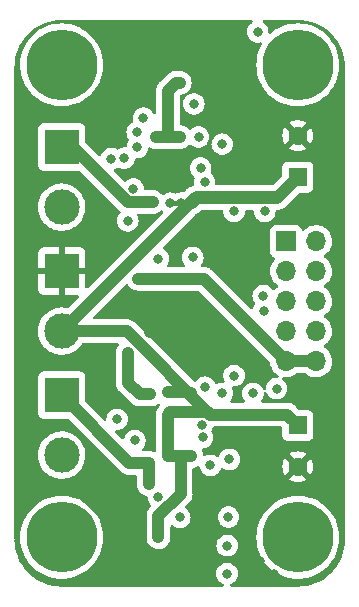
<source format=gbr>
%TF.GenerationSoftware,KiCad,Pcbnew,(6.0.0-rc1-124-g18b4ebcc17)*%
%TF.CreationDate,2021-11-27T01:21:43+01:00*%
%TF.ProjectId,2HBR_NG,32484252-5f4e-4472-9e6b-696361645f70,1*%
%TF.SameCoordinates,Original*%
%TF.FileFunction,Copper,L3,Inr*%
%TF.FilePolarity,Positive*%
%FSLAX46Y46*%
G04 Gerber Fmt 4.6, Leading zero omitted, Abs format (unit mm)*
G04 Created by KiCad (PCBNEW (6.0.0-rc1-124-g18b4ebcc17)) date 2021-11-27 01:21:43*
%MOMM*%
%LPD*%
G01*
G04 APERTURE LIST*
%TA.AperFunction,ComponentPad*%
%ADD10R,1.600000X1.600000*%
%TD*%
%TA.AperFunction,ComponentPad*%
%ADD11C,1.600000*%
%TD*%
%TA.AperFunction,ComponentPad*%
%ADD12R,3.000000X3.000000*%
%TD*%
%TA.AperFunction,ComponentPad*%
%ADD13C,3.000000*%
%TD*%
%TA.AperFunction,ComponentPad*%
%ADD14C,0.800000*%
%TD*%
%TA.AperFunction,ComponentPad*%
%ADD15C,6.000000*%
%TD*%
%TA.AperFunction,ComponentPad*%
%ADD16R,1.700000X1.700000*%
%TD*%
%TA.AperFunction,ComponentPad*%
%ADD17O,1.700000X1.700000*%
%TD*%
%TA.AperFunction,ViaPad*%
%ADD18C,0.800000*%
%TD*%
%TA.AperFunction,Conductor*%
%ADD19C,1.000000*%
%TD*%
%TA.AperFunction,Conductor*%
%ADD20C,0.400000*%
%TD*%
G04 APERTURE END LIST*
D10*
%TO.N,VIN*%
%TO.C,C8*%
X170000001Y-69500000D03*
D11*
%TO.N,GND*%
X170000001Y-66000000D03*
%TD*%
D12*
%TO.N,U2-OUT1*%
%TO.C,J3*%
X150000000Y-87960000D03*
D13*
%TO.N,U2-OUT2*%
X150000000Y-93040000D03*
%TD*%
D12*
%TO.N,GND*%
%TO.C,J1*%
X150000000Y-77460000D03*
D13*
%TO.N,VIN*%
X150000000Y-82540000D03*
%TD*%
D14*
%TO.N,unconnected-(H4-Pad1)*%
%TO.C,H4*%
X148409010Y-98409010D03*
X150000000Y-102250000D03*
X150000000Y-97750000D03*
D15*
X150000000Y-100000000D03*
D14*
X152250000Y-100000000D03*
X151590990Y-98409010D03*
X148409010Y-101590990D03*
X147750000Y-100000000D03*
X151590990Y-101590990D03*
%TD*%
%TO.N,unconnected-(H3-Pad1)*%
%TO.C,H3*%
X148409010Y-58409010D03*
X147750000Y-60000000D03*
X152250000Y-60000000D03*
X151590990Y-58409010D03*
X150000000Y-57750000D03*
X148409010Y-61590990D03*
D15*
X150000000Y-60000000D03*
D14*
X151590990Y-61590990D03*
X150000000Y-62250000D03*
%TD*%
D16*
%TO.N,U1-IN2*%
%TO.C,J4*%
X169000000Y-74925000D03*
D17*
%TO.N,U2-IN2*%
X171540000Y-74925000D03*
%TO.N,U1-IN1*%
X169000000Y-77465000D03*
%TO.N,U2-IN1*%
X171540000Y-77465000D03*
%TO.N,U1-EN*%
X169000000Y-80005000D03*
%TO.N,U2-EN*%
X171540000Y-80005000D03*
%TO.N,U1-nFault*%
X169000000Y-82545000D03*
%TO.N,U2-nFault*%
X171540000Y-82545000D03*
%TO.N,GNDA*%
X169000000Y-85085000D03*
X171540000Y-85085000D03*
%TD*%
D10*
%TO.N,VIN*%
%TO.C,C9*%
X170000001Y-90527350D03*
D11*
%TO.N,GND*%
X170000001Y-94027350D03*
%TD*%
D15*
%TO.N,unconnected-(H2-Pad1)*%
%TO.C,H2*%
X170000000Y-60000000D03*
D14*
X170000000Y-62250000D03*
X168409010Y-61590990D03*
X168409010Y-58409010D03*
X170000000Y-57750000D03*
X171590990Y-58409010D03*
X172250000Y-60000000D03*
X171590990Y-61590990D03*
X167750000Y-60000000D03*
%TD*%
D12*
%TO.N,U1-OUT1*%
%TO.C,J2*%
X150000000Y-66960000D03*
D13*
%TO.N,U1-OUT2*%
X150000000Y-72040000D03*
%TD*%
D14*
%TO.N,unconnected-(H1-Pad1)*%
%TO.C,H1*%
X172250000Y-100000000D03*
X170000000Y-102250000D03*
X168409010Y-101590990D03*
X171590990Y-101590990D03*
X171590990Y-98409010D03*
X168409010Y-98409010D03*
X170000000Y-97750000D03*
X167750000Y-100000000D03*
D15*
X170000000Y-100000000D03*
%TD*%
D18*
%TO.N,U1-OUT2*%
X155600000Y-73200000D03*
X156400000Y-65700000D03*
X156400000Y-66991999D03*
%TO.N,U2-OUT2*%
X157500000Y-87900000D03*
X155600000Y-84400000D03*
X156600000Y-87900000D03*
%TO.N,U1-OUT1*%
X156800000Y-71600000D03*
X157700000Y-71600000D03*
%TO.N,U2-OUT1*%
X164600000Y-86300000D03*
X157400000Y-93700000D03*
X157400000Y-95500000D03*
X157400000Y-94600000D03*
%TO.N,GNDA*%
X163600000Y-66700000D03*
X157600000Y-78100000D03*
X164000000Y-103080000D03*
X156500000Y-78100000D03*
X166600000Y-57200000D03*
X166200000Y-87800000D03*
X160000000Y-98300000D03*
X161200000Y-63300000D03*
%TO.N,Net-(R4-Pad1)*%
X162122919Y-87288898D03*
X156200000Y-91800000D03*
%TO.N,VIN*%
X158980000Y-93090000D03*
X158200000Y-100000000D03*
X158200000Y-99100000D03*
X160000000Y-66100000D03*
X159000000Y-87700000D03*
X159000000Y-66100000D03*
X161000000Y-87700000D03*
X159100000Y-62100000D03*
X159200000Y-71700500D03*
X160981770Y-93118230D03*
X160000000Y-61500000D03*
X158200000Y-98200000D03*
X160070000Y-93120000D03*
X161000000Y-71700500D03*
X160100000Y-71700500D03*
X158000000Y-66100500D03*
X160000000Y-87700000D03*
%TO.N,GND*%
X152600000Y-86200000D03*
X152600000Y-76600000D03*
X172500000Y-69460000D03*
X160010000Y-101370000D03*
X157430000Y-82740000D03*
X147190000Y-72215000D03*
X152600000Y-88340000D03*
X172980000Y-72560000D03*
X152600000Y-74600000D03*
X167970000Y-103070000D03*
X147190000Y-64220000D03*
X153400000Y-101800000D03*
X153000000Y-103200000D03*
X147190000Y-85200000D03*
X147190000Y-96200000D03*
X163210000Y-77240000D03*
X147190000Y-69550000D03*
X147190000Y-77545000D03*
X147190000Y-82875000D03*
X155080000Y-101380000D03*
X152600000Y-72600000D03*
X147190000Y-66885000D03*
X156670000Y-99500000D03*
X158970000Y-79990000D03*
X147190000Y-93535000D03*
X161280000Y-79930000D03*
X147190000Y-80210000D03*
X147190000Y-74880000D03*
X147190000Y-90870000D03*
X154170000Y-57810000D03*
X160000000Y-58700000D03*
X160255000Y-82740000D03*
X155090000Y-99430000D03*
X163080000Y-82740000D03*
X166800000Y-102000000D03*
X156650000Y-101400000D03*
X147190000Y-88205000D03*
X152600000Y-63750000D03*
X172040000Y-63390000D03*
X156000000Y-58800000D03*
X152600000Y-84160000D03*
X166480000Y-63390000D03*
%TO.N,Net-(R1-Pad1)*%
X155300000Y-67900000D03*
X158200000Y-76400000D03*
%TO.N,Net-(R3-Pad1)*%
X156076898Y-70499500D03*
X161100000Y-76300000D03*
%TO.N,U1-nFault*%
X164600000Y-72400000D03*
X167200000Y-72400000D03*
%TO.N,U2-nFault*%
X164020000Y-100700000D03*
X162600000Y-93900000D03*
%TO.N,U2-IFB*%
X163600000Y-87800000D03*
X158200000Y-96600000D03*
%TO.N,U1-EN*%
X167070000Y-79530000D03*
X154210000Y-67940000D03*
%TO.N,U1-IN1*%
X162100000Y-69900000D03*
%TO.N,U1-IN2*%
X161771140Y-68721757D03*
%TO.N,U2-IN1*%
X168200000Y-87400000D03*
X161935156Y-91528134D03*
%TO.N,U2-IN2*%
X161899999Y-90499999D03*
%TO.N,U2-EN*%
X154700000Y-90000000D03*
%TO.N,U1-IFB*%
X161600000Y-66100000D03*
X156930000Y-64500000D03*
%TO.N,U2-VCC*%
X164200000Y-93400000D03*
X164125000Y-98275000D03*
X167100000Y-80800000D03*
%TD*%
D19*
%TO.N,U2-OUT2*%
X155600000Y-86900000D02*
X156600000Y-87900000D01*
X155600000Y-84400000D02*
X155600000Y-86900000D01*
X156600000Y-87900000D02*
X157500000Y-87900000D01*
%TO.N,U1-OUT1*%
X150000000Y-66960000D02*
X150960000Y-66960000D01*
X155600000Y-71600000D02*
X156800000Y-71600000D01*
X156800000Y-71600000D02*
X157700000Y-71600000D01*
X150960000Y-66960000D02*
X155600000Y-71600000D01*
%TO.N,U2-OUT1*%
X157400000Y-95500000D02*
X157400000Y-93700000D01*
X150000000Y-87960000D02*
X155740000Y-93700000D01*
X155740000Y-93700000D02*
X157400000Y-93700000D01*
%TO.N,GNDA*%
X157600000Y-78100000D02*
X162015000Y-78100000D01*
X157600000Y-78100000D02*
X156500000Y-78100000D01*
X169000000Y-85085000D02*
X171540000Y-85085000D01*
X162015000Y-78100000D02*
X169000000Y-85085000D01*
%TO.N,VIN*%
X158000000Y-66100500D02*
X159999500Y-66100500D01*
X160070000Y-93120000D02*
X160040000Y-93090000D01*
X162554930Y-89600000D02*
X160654930Y-87700000D01*
X161290000Y-71250000D02*
X168250000Y-71250000D01*
X159199502Y-89400498D02*
X158980000Y-89620000D01*
X158200000Y-100000000D02*
X158200000Y-98200000D01*
X160040000Y-93090000D02*
X158980000Y-93090000D01*
X158200000Y-98200000D02*
X160070000Y-96330000D01*
X168250000Y-71250000D02*
X168200499Y-71200499D01*
X170000001Y-90527350D02*
X169072651Y-89600000D01*
X159000000Y-66100000D02*
X159000000Y-62200000D01*
X168200499Y-71200499D02*
X161500001Y-71200499D01*
X160654930Y-87700000D02*
X159000000Y-87700000D01*
X160000000Y-61500000D02*
X159700000Y-61500000D01*
X160071770Y-93118230D02*
X160981770Y-93118230D01*
D20*
X159200000Y-71700500D02*
X161000000Y-71700500D01*
D19*
X169072651Y-89600000D02*
X162554930Y-89600000D01*
X162355428Y-89400498D02*
X159199502Y-89400498D01*
X159700000Y-61500000D02*
X159100000Y-62100000D01*
X161500001Y-71200499D02*
X161000000Y-71700500D01*
X155494930Y-82540000D02*
X150000000Y-82540000D01*
X160070000Y-93120000D02*
X160071770Y-93118230D01*
X162554930Y-89600000D02*
X162355428Y-89400498D01*
X162554930Y-89600000D02*
X155494930Y-82540000D01*
X159999500Y-66100500D02*
X160000000Y-66100000D01*
X159000000Y-62200000D02*
X159100000Y-62100000D01*
X168250000Y-71250000D02*
X170000001Y-69500000D01*
X150000000Y-82540000D02*
X161290000Y-71250000D01*
X160070000Y-96330000D02*
X160070000Y-93120000D01*
X158980000Y-89620000D02*
X158980000Y-93090000D01*
%TD*%
%TA.AperFunction,Conductor*%
%TO.N,GND*%
G36*
X169970063Y-56189498D02*
G01*
X169984857Y-56191802D01*
X169984861Y-56191802D01*
X169993730Y-56193183D01*
X170013626Y-56190581D01*
X170035784Y-56189651D01*
X170362517Y-56204757D01*
X170374106Y-56205831D01*
X170727764Y-56255165D01*
X170739203Y-56257304D01*
X170873862Y-56288975D01*
X171086796Y-56339056D01*
X171097978Y-56342237D01*
X171436563Y-56455720D01*
X171447388Y-56459913D01*
X171774063Y-56604155D01*
X171784467Y-56609335D01*
X172096440Y-56783103D01*
X172106317Y-56789219D01*
X172400911Y-56991021D01*
X172410199Y-56998035D01*
X172684912Y-57226153D01*
X172693513Y-57233994D01*
X172946004Y-57486486D01*
X172953844Y-57495086D01*
X173181962Y-57769798D01*
X173188976Y-57779086D01*
X173390778Y-58073681D01*
X173396904Y-58083576D01*
X173570654Y-58395517D01*
X173575842Y-58405935D01*
X173720075Y-58732593D01*
X173724279Y-58743445D01*
X173837756Y-59082010D01*
X173837756Y-59082011D01*
X173840941Y-59093205D01*
X173922693Y-59440794D01*
X173924832Y-59452234D01*
X173974165Y-59805892D01*
X173975239Y-59817481D01*
X173990002Y-60136814D01*
X173988637Y-60162013D01*
X173986813Y-60173728D01*
X173987977Y-60182630D01*
X173987977Y-60182633D01*
X173990935Y-60205249D01*
X173991999Y-60221587D01*
X173991999Y-100130679D01*
X173990499Y-100150064D01*
X173988195Y-100164858D01*
X173988195Y-100164862D01*
X173986814Y-100173731D01*
X173989033Y-100190699D01*
X173989416Y-100193627D01*
X173990346Y-100215785D01*
X173975240Y-100542518D01*
X173974166Y-100554107D01*
X173924832Y-100907765D01*
X173922693Y-100919204D01*
X173840942Y-101266793D01*
X173837760Y-101277979D01*
X173724277Y-101616564D01*
X173720084Y-101627389D01*
X173640563Y-101807486D01*
X173575842Y-101954064D01*
X173570662Y-101964468D01*
X173396894Y-102276441D01*
X173390779Y-102286317D01*
X173389022Y-102288882D01*
X173188976Y-102580912D01*
X173181962Y-102590200D01*
X172953844Y-102864913D01*
X172946003Y-102873514D01*
X172693511Y-103126005D01*
X172684911Y-103133845D01*
X172410199Y-103361963D01*
X172400911Y-103368977D01*
X172106316Y-103570779D01*
X172096421Y-103576905D01*
X171784480Y-103750655D01*
X171774062Y-103755843D01*
X171447404Y-103900076D01*
X171436552Y-103904280D01*
X171303742Y-103948794D01*
X171097982Y-104017758D01*
X171086801Y-104020940D01*
X170757707Y-104098342D01*
X170739203Y-104102694D01*
X170727763Y-104104833D01*
X170374105Y-104154166D01*
X170362516Y-104155240D01*
X170341948Y-104156191D01*
X170043183Y-104170003D01*
X170017984Y-104168638D01*
X170015141Y-104168195D01*
X170015139Y-104168195D01*
X170006269Y-104166814D01*
X169997367Y-104167978D01*
X169997364Y-104167978D01*
X169979244Y-104170348D01*
X169975314Y-104170862D01*
X169974748Y-104170936D01*
X169958410Y-104172000D01*
X164373743Y-104172000D01*
X164305622Y-104151998D01*
X164259129Y-104098342D01*
X164249025Y-104028068D01*
X164278519Y-103963488D01*
X164322495Y-103930893D01*
X164450719Y-103873805D01*
X164450726Y-103873801D01*
X164456752Y-103871118D01*
X164611253Y-103758866D01*
X164739040Y-103616944D01*
X164834527Y-103451556D01*
X164893542Y-103269928D01*
X164899886Y-103209573D01*
X164912814Y-103086565D01*
X164913504Y-103080000D01*
X164893542Y-102890072D01*
X164834527Y-102708444D01*
X164739040Y-102543056D01*
X164611253Y-102401134D01*
X164456752Y-102288882D01*
X164450724Y-102286198D01*
X164450722Y-102286197D01*
X164288319Y-102213891D01*
X164288318Y-102213891D01*
X164282288Y-102211206D01*
X164188888Y-102191353D01*
X164101944Y-102172872D01*
X164101939Y-102172872D01*
X164095487Y-102171500D01*
X163904513Y-102171500D01*
X163898061Y-102172872D01*
X163898056Y-102172872D01*
X163811112Y-102191353D01*
X163717712Y-102211206D01*
X163711682Y-102213891D01*
X163711681Y-102213891D01*
X163549278Y-102286197D01*
X163549276Y-102286198D01*
X163543248Y-102288882D01*
X163388747Y-102401134D01*
X163260960Y-102543056D01*
X163165473Y-102708444D01*
X163106458Y-102890072D01*
X163086496Y-103080000D01*
X163087186Y-103086565D01*
X163100115Y-103209573D01*
X163106458Y-103269928D01*
X163165473Y-103451556D01*
X163260960Y-103616944D01*
X163388747Y-103758866D01*
X163543248Y-103871118D01*
X163549274Y-103873801D01*
X163549281Y-103873805D01*
X163677505Y-103930893D01*
X163731601Y-103976873D01*
X163752251Y-104044800D01*
X163732899Y-104113108D01*
X163679688Y-104160110D01*
X163626257Y-104172000D01*
X150049312Y-104172000D01*
X150029927Y-104170500D01*
X150015139Y-104168197D01*
X150015135Y-104168197D01*
X150006266Y-104166816D01*
X149987101Y-104169322D01*
X149986370Y-104169418D01*
X149964212Y-104170348D01*
X149637479Y-104155242D01*
X149625890Y-104154168D01*
X149272232Y-104104834D01*
X149260792Y-104102695D01*
X149242284Y-104098342D01*
X148913195Y-104020941D01*
X148902019Y-104017761D01*
X148696251Y-103948794D01*
X148563444Y-103904281D01*
X148552592Y-103900077D01*
X148225934Y-103755844D01*
X148215516Y-103750656D01*
X147903575Y-103576906D01*
X147893680Y-103570780D01*
X147599086Y-103368978D01*
X147589798Y-103361964D01*
X147315079Y-103133840D01*
X147306479Y-103125999D01*
X147053999Y-102873519D01*
X147046158Y-102864919D01*
X146818035Y-102590200D01*
X146811021Y-102580912D01*
X146609225Y-102286326D01*
X146603099Y-102276431D01*
X146429340Y-101964473D01*
X146424152Y-101954055D01*
X146279923Y-101627405D01*
X146275719Y-101616553D01*
X146194408Y-101373955D01*
X146162239Y-101277978D01*
X146159057Y-101266792D01*
X146077306Y-100919203D01*
X146075167Y-100907764D01*
X146025834Y-100554107D01*
X146024760Y-100542518D01*
X146009997Y-100223184D01*
X146011362Y-100197985D01*
X146011805Y-100195142D01*
X146011805Y-100195140D01*
X146013186Y-100186270D01*
X146011547Y-100173731D01*
X146009064Y-100154749D01*
X146008000Y-100138411D01*
X146008000Y-100000000D01*
X146486685Y-100000000D01*
X146505931Y-100367241D01*
X146563459Y-100730459D01*
X146658639Y-101085674D01*
X146790427Y-101428994D01*
X146791925Y-101431934D01*
X146891524Y-101627407D01*
X146957380Y-101756657D01*
X146959176Y-101759423D01*
X146959178Y-101759426D01*
X147085571Y-101954055D01*
X147157668Y-102065075D01*
X147389098Y-102350867D01*
X147649133Y-102610902D01*
X147934925Y-102842332D01*
X148243342Y-103042620D01*
X148246276Y-103044115D01*
X148246283Y-103044119D01*
X148406994Y-103126005D01*
X148571006Y-103209573D01*
X148914326Y-103341361D01*
X149269541Y-103436541D01*
X149462558Y-103467112D01*
X149629511Y-103493555D01*
X149629519Y-103493556D01*
X149632759Y-103494069D01*
X150000000Y-103513315D01*
X150367241Y-103494069D01*
X150370481Y-103493556D01*
X150370489Y-103493555D01*
X150537442Y-103467112D01*
X150730459Y-103436541D01*
X151085674Y-103341361D01*
X151428994Y-103209573D01*
X151593006Y-103126005D01*
X151753717Y-103044119D01*
X151753724Y-103044115D01*
X151756658Y-103042620D01*
X152065075Y-102842332D01*
X152350867Y-102610902D01*
X152610902Y-102350867D01*
X152842332Y-102065075D01*
X152914429Y-101954055D01*
X153040822Y-101759426D01*
X153040824Y-101759423D01*
X153042620Y-101756657D01*
X153108477Y-101627407D01*
X153208075Y-101431934D01*
X153209573Y-101428994D01*
X153341361Y-101085674D01*
X153436541Y-100730459D01*
X153494069Y-100367241D01*
X153513315Y-100000000D01*
X153494069Y-99632759D01*
X153436541Y-99269541D01*
X153341361Y-98914326D01*
X153209573Y-98571006D01*
X153208075Y-98568066D01*
X153044119Y-98246284D01*
X153044115Y-98246277D01*
X153042620Y-98243343D01*
X152842332Y-97934925D01*
X152610902Y-97649133D01*
X152350867Y-97389098D01*
X152065075Y-97157668D01*
X151905489Y-97054032D01*
X151759427Y-96959178D01*
X151759424Y-96959176D01*
X151756658Y-96957380D01*
X151753724Y-96955885D01*
X151753717Y-96955881D01*
X151431934Y-96791925D01*
X151428994Y-96790427D01*
X151085674Y-96658639D01*
X150730459Y-96563459D01*
X150513348Y-96529072D01*
X150370489Y-96506445D01*
X150370481Y-96506444D01*
X150367241Y-96505931D01*
X150000000Y-96486685D01*
X149632759Y-96505931D01*
X149629519Y-96506444D01*
X149629511Y-96506445D01*
X149486652Y-96529072D01*
X149269541Y-96563459D01*
X148914326Y-96658639D01*
X148571006Y-96790427D01*
X148568066Y-96791925D01*
X148246284Y-96955881D01*
X148246277Y-96955885D01*
X148243343Y-96957380D01*
X148240577Y-96959176D01*
X148240574Y-96959178D01*
X148153722Y-97015580D01*
X147934925Y-97157668D01*
X147649133Y-97389098D01*
X147389098Y-97649133D01*
X147157668Y-97934925D01*
X146957380Y-98243343D01*
X146955885Y-98246277D01*
X146955881Y-98246284D01*
X146791925Y-98568066D01*
X146790427Y-98571006D01*
X146658639Y-98914326D01*
X146563459Y-99269541D01*
X146505931Y-99632759D01*
X146486685Y-100000000D01*
X146008000Y-100000000D01*
X146008000Y-93018918D01*
X147986917Y-93018918D01*
X148002682Y-93292320D01*
X148003507Y-93296525D01*
X148003508Y-93296533D01*
X148022520Y-93393435D01*
X148055405Y-93561053D01*
X148056792Y-93565103D01*
X148056793Y-93565108D01*
X148129436Y-93777279D01*
X148144112Y-93820144D01*
X148146039Y-93823975D01*
X148260932Y-94052415D01*
X148267160Y-94064799D01*
X148269586Y-94068328D01*
X148269589Y-94068334D01*
X148353178Y-94189955D01*
X148422274Y-94290490D01*
X148425161Y-94293663D01*
X148425162Y-94293664D01*
X148590625Y-94475506D01*
X148606582Y-94493043D01*
X148609877Y-94495798D01*
X148609878Y-94495799D01*
X148668739Y-94545014D01*
X148816675Y-94668707D01*
X148820316Y-94670991D01*
X149045024Y-94811951D01*
X149045028Y-94811953D01*
X149048664Y-94814234D01*
X149116544Y-94844883D01*
X149294345Y-94925164D01*
X149294349Y-94925166D01*
X149298257Y-94926930D01*
X149302377Y-94928150D01*
X149302376Y-94928150D01*
X149556723Y-95003491D01*
X149556727Y-95003492D01*
X149560836Y-95004709D01*
X149565070Y-95005357D01*
X149565075Y-95005358D01*
X149827298Y-95045483D01*
X149827300Y-95045483D01*
X149831540Y-95046132D01*
X149970912Y-95048322D01*
X150101071Y-95050367D01*
X150101077Y-95050367D01*
X150105362Y-95050434D01*
X150377235Y-95017534D01*
X150642127Y-94948041D01*
X150646087Y-94946401D01*
X150646092Y-94946399D01*
X150768632Y-94895641D01*
X150895136Y-94843241D01*
X151022537Y-94768794D01*
X151127879Y-94707237D01*
X151127880Y-94707236D01*
X151131582Y-94705073D01*
X151347089Y-94536094D01*
X151350868Y-94532195D01*
X151486834Y-94391889D01*
X151537669Y-94339431D01*
X151540202Y-94335983D01*
X151540206Y-94335978D01*
X151697257Y-94122178D01*
X151699795Y-94118723D01*
X151703277Y-94112310D01*
X151828418Y-93881830D01*
X151828419Y-93881828D01*
X151830468Y-93878054D01*
X151911752Y-93662942D01*
X151925751Y-93625895D01*
X151925752Y-93625891D01*
X151927269Y-93621877D01*
X151976582Y-93406565D01*
X151987449Y-93359117D01*
X151987450Y-93359113D01*
X151988407Y-93354933D01*
X151991959Y-93315139D01*
X152012531Y-93084627D01*
X152012531Y-93084625D01*
X152012751Y-93082161D01*
X152013193Y-93040000D01*
X152012777Y-93033891D01*
X151994859Y-92771055D01*
X151994858Y-92771049D01*
X151994567Y-92766778D01*
X151989959Y-92744524D01*
X151952437Y-92563340D01*
X151939032Y-92498612D01*
X151847617Y-92240465D01*
X151722013Y-91997112D01*
X151712352Y-91983365D01*
X151643279Y-91885084D01*
X151564545Y-91773057D01*
X151413090Y-91610072D01*
X151381046Y-91575588D01*
X151381043Y-91575585D01*
X151378125Y-91572445D01*
X151374810Y-91569731D01*
X151374806Y-91569728D01*
X151209866Y-91434726D01*
X151166205Y-91398990D01*
X150932704Y-91255901D01*
X150928768Y-91254173D01*
X150685873Y-91147549D01*
X150685869Y-91147548D01*
X150681945Y-91145825D01*
X150418566Y-91070800D01*
X150414324Y-91070196D01*
X150414318Y-91070195D01*
X150180677Y-91036943D01*
X150147443Y-91032213D01*
X150003589Y-91031460D01*
X149877877Y-91030802D01*
X149877871Y-91030802D01*
X149873591Y-91030780D01*
X149869347Y-91031339D01*
X149869343Y-91031339D01*
X149753273Y-91046620D01*
X149602078Y-91066525D01*
X149597938Y-91067658D01*
X149597936Y-91067658D01*
X149525008Y-91087609D01*
X149337928Y-91138788D01*
X149333980Y-91140472D01*
X149089982Y-91244546D01*
X149089978Y-91244548D01*
X149086030Y-91246232D01*
X149066125Y-91258145D01*
X148854725Y-91384664D01*
X148854721Y-91384667D01*
X148851043Y-91386868D01*
X148637318Y-91558094D01*
X148448808Y-91756742D01*
X148289002Y-91979136D01*
X148160857Y-92221161D01*
X148159385Y-92225184D01*
X148159383Y-92225188D01*
X148068214Y-92474317D01*
X148066743Y-92478337D01*
X148008404Y-92745907D01*
X147999184Y-92863056D01*
X147993563Y-92934481D01*
X147986917Y-93018918D01*
X146008000Y-93018918D01*
X146008000Y-82518918D01*
X147986917Y-82518918D01*
X148002682Y-82792320D01*
X148003507Y-82796525D01*
X148003508Y-82796533D01*
X148033917Y-82951526D01*
X148055405Y-83061053D01*
X148056792Y-83065103D01*
X148056793Y-83065108D01*
X148100452Y-83192625D01*
X148144112Y-83320144D01*
X148146039Y-83323975D01*
X148258963Y-83548500D01*
X148267160Y-83564799D01*
X148269586Y-83568328D01*
X148269589Y-83568334D01*
X148398220Y-83755491D01*
X148422274Y-83790490D01*
X148425161Y-83793663D01*
X148425162Y-83793664D01*
X148546303Y-83926797D01*
X148606582Y-83993043D01*
X148816675Y-84168707D01*
X148820316Y-84170991D01*
X149045024Y-84311951D01*
X149045028Y-84311953D01*
X149048664Y-84314234D01*
X149116544Y-84344883D01*
X149294345Y-84425164D01*
X149294349Y-84425166D01*
X149298257Y-84426930D01*
X149302377Y-84428150D01*
X149302376Y-84428150D01*
X149556723Y-84503491D01*
X149556727Y-84503492D01*
X149560836Y-84504709D01*
X149565070Y-84505357D01*
X149565075Y-84505358D01*
X149827298Y-84545483D01*
X149827300Y-84545483D01*
X149831540Y-84546132D01*
X149970912Y-84548322D01*
X150101071Y-84550367D01*
X150101077Y-84550367D01*
X150105362Y-84550434D01*
X150377235Y-84517534D01*
X150642127Y-84448041D01*
X150646087Y-84446401D01*
X150646092Y-84446399D01*
X150768632Y-84395641D01*
X150895136Y-84343241D01*
X151131582Y-84205073D01*
X151347089Y-84036094D01*
X151375617Y-84006656D01*
X151534686Y-83842509D01*
X151537669Y-83839431D01*
X151540202Y-83835983D01*
X151540206Y-83835978D01*
X151697257Y-83622178D01*
X151699795Y-83618723D01*
X151701839Y-83614959D01*
X151701845Y-83614949D01*
X151702153Y-83614381D01*
X151702297Y-83614237D01*
X151704140Y-83611332D01*
X151704782Y-83611739D01*
X151752234Y-83564058D01*
X151812885Y-83548500D01*
X154727726Y-83548500D01*
X154795847Y-83568502D01*
X154842340Y-83622158D01*
X154852444Y-83692432D01*
X154824249Y-83755489D01*
X154763846Y-83827474D01*
X154760879Y-83832872D01*
X154760875Y-83832877D01*
X154710216Y-83925027D01*
X154668567Y-84000787D01*
X154666706Y-84006654D01*
X154666705Y-84006656D01*
X154616174Y-84165951D01*
X154608765Y-84189306D01*
X154591500Y-84343227D01*
X154591500Y-86838157D01*
X154590763Y-86851764D01*
X154590070Y-86858148D01*
X154586676Y-86889388D01*
X154587213Y-86895523D01*
X154591050Y-86939388D01*
X154591379Y-86944214D01*
X154591500Y-86946686D01*
X154591500Y-86949769D01*
X154591801Y-86952837D01*
X154595690Y-86992506D01*
X154595812Y-86993819D01*
X154599391Y-87034729D01*
X154603913Y-87086413D01*
X154605400Y-87091532D01*
X154605920Y-87096833D01*
X154632791Y-87185834D01*
X154633126Y-87186967D01*
X154655233Y-87263056D01*
X154659091Y-87276336D01*
X154661544Y-87281068D01*
X154663084Y-87286169D01*
X154665978Y-87291612D01*
X154706731Y-87368260D01*
X154707343Y-87369426D01*
X154726595Y-87406565D01*
X154750108Y-87451926D01*
X154753431Y-87456089D01*
X154755934Y-87460796D01*
X154814755Y-87532918D01*
X154815446Y-87533774D01*
X154846738Y-87572973D01*
X154849242Y-87575477D01*
X154849884Y-87576195D01*
X154853585Y-87580528D01*
X154880935Y-87614062D01*
X154916267Y-87643291D01*
X154925037Y-87651272D01*
X155843149Y-88569383D01*
X155852251Y-88579527D01*
X155875968Y-88609025D01*
X155909401Y-88637079D01*
X155914421Y-88641291D01*
X155918070Y-88644473D01*
X155919883Y-88646117D01*
X155922075Y-88648309D01*
X155955276Y-88675580D01*
X155956164Y-88676318D01*
X155979502Y-88695900D01*
X156022753Y-88732193D01*
X156022756Y-88732195D01*
X156027474Y-88736154D01*
X156032147Y-88738723D01*
X156036262Y-88742103D01*
X156041691Y-88745014D01*
X156041694Y-88745016D01*
X156118180Y-88786028D01*
X156119338Y-88786657D01*
X156186633Y-88823652D01*
X156200787Y-88831433D01*
X156205865Y-88833044D01*
X156210563Y-88835563D01*
X156299498Y-88862753D01*
X156300702Y-88863128D01*
X156389306Y-88891235D01*
X156394597Y-88891828D01*
X156399698Y-88893388D01*
X156492311Y-88902795D01*
X156493431Y-88902915D01*
X156543227Y-88908500D01*
X156546756Y-88908500D01*
X156547739Y-88908555D01*
X156553426Y-88909003D01*
X156573683Y-88911060D01*
X156590336Y-88912752D01*
X156590339Y-88912752D01*
X156596463Y-88913374D01*
X156642112Y-88909059D01*
X156653969Y-88908500D01*
X157549769Y-88908500D01*
X157552825Y-88908200D01*
X157552832Y-88908200D01*
X157611340Y-88902463D01*
X157696833Y-88894080D01*
X157702734Y-88892298D01*
X157702736Y-88892298D01*
X157799324Y-88863136D01*
X157886169Y-88836916D01*
X158060796Y-88744066D01*
X158066997Y-88739009D01*
X158101021Y-88711259D01*
X158166452Y-88683705D01*
X158236394Y-88695900D01*
X158288639Y-88743972D01*
X158306601Y-88812659D01*
X158284576Y-88880153D01*
X158271970Y-88895168D01*
X158270975Y-88895968D01*
X158256856Y-88912794D01*
X158238709Y-88934421D01*
X158235528Y-88938069D01*
X158233885Y-88939881D01*
X158231691Y-88942075D01*
X158204358Y-88975349D01*
X158203696Y-88976147D01*
X158143846Y-89047474D01*
X158141278Y-89052144D01*
X158137897Y-89056261D01*
X158119002Y-89091500D01*
X158094023Y-89138086D01*
X158093394Y-89139245D01*
X158051538Y-89215381D01*
X158051535Y-89215389D01*
X158048567Y-89220787D01*
X158046955Y-89225869D01*
X158044438Y-89230563D01*
X158017238Y-89319531D01*
X158016918Y-89320559D01*
X157988765Y-89409306D01*
X157988171Y-89414602D01*
X157986613Y-89419698D01*
X157977285Y-89511531D01*
X157977218Y-89512187D01*
X157977089Y-89513393D01*
X157971500Y-89563227D01*
X157971500Y-89566754D01*
X157971445Y-89567739D01*
X157970998Y-89573419D01*
X157966626Y-89616462D01*
X157967206Y-89622593D01*
X157970941Y-89662109D01*
X157971500Y-89673967D01*
X157971500Y-92651970D01*
X157951498Y-92720091D01*
X157897842Y-92766584D01*
X157827568Y-92776688D01*
X157800132Y-92769072D01*
X157799213Y-92768567D01*
X157795830Y-92767494D01*
X157792701Y-92765802D01*
X157701974Y-92737718D01*
X157701158Y-92737462D01*
X157695683Y-92735725D01*
X157686725Y-92732883D01*
X157616565Y-92710627D01*
X157616561Y-92710626D01*
X157610694Y-92708765D01*
X157607163Y-92708369D01*
X157603768Y-92707318D01*
X157509293Y-92697389D01*
X157508579Y-92697311D01*
X157456773Y-92691500D01*
X157454200Y-92691500D01*
X157450224Y-92691180D01*
X157413204Y-92687289D01*
X157413202Y-92687289D01*
X157407075Y-92686645D01*
X157359430Y-92690981D01*
X157348010Y-92691500D01*
X156902308Y-92691500D01*
X156834187Y-92671498D01*
X156787694Y-92617842D01*
X156777590Y-92547568D01*
X156807084Y-92482988D01*
X156810816Y-92479183D01*
X156811253Y-92478866D01*
X156939040Y-92336944D01*
X156997314Y-92236010D01*
X157031223Y-92177279D01*
X157031224Y-92177278D01*
X157034527Y-92171556D01*
X157093542Y-91989928D01*
X157094279Y-91982921D01*
X157112814Y-91806565D01*
X157113504Y-91800000D01*
X157104202Y-91711499D01*
X157094232Y-91616635D01*
X157094232Y-91616633D01*
X157093542Y-91610072D01*
X157034527Y-91428444D01*
X157012072Y-91389550D01*
X156942341Y-91268774D01*
X156939040Y-91263056D01*
X156826130Y-91137656D01*
X156815675Y-91126045D01*
X156815674Y-91126044D01*
X156811253Y-91121134D01*
X156703516Y-91042858D01*
X156662094Y-91012763D01*
X156662093Y-91012762D01*
X156656752Y-91008882D01*
X156650724Y-91006198D01*
X156650722Y-91006197D01*
X156488319Y-90933891D01*
X156488318Y-90933891D01*
X156482288Y-90931206D01*
X156388888Y-90911353D01*
X156301944Y-90892872D01*
X156301939Y-90892872D01*
X156295487Y-90891500D01*
X156104513Y-90891500D01*
X156098061Y-90892872D01*
X156098056Y-90892872D01*
X156011112Y-90911353D01*
X155917712Y-90931206D01*
X155911682Y-90933891D01*
X155911681Y-90933891D01*
X155749278Y-91006197D01*
X155749276Y-91006198D01*
X155743248Y-91008882D01*
X155737907Y-91012762D01*
X155737906Y-91012763D01*
X155696484Y-91042858D01*
X155588747Y-91121134D01*
X155584326Y-91126044D01*
X155584325Y-91126045D01*
X155573871Y-91137656D01*
X155460960Y-91263056D01*
X155457659Y-91268774D01*
X155387929Y-91389550D01*
X155365473Y-91428444D01*
X155330948Y-91534699D01*
X155313554Y-91588233D01*
X155273480Y-91646838D01*
X155208083Y-91674475D01*
X155138127Y-91662368D01*
X155104626Y-91638391D01*
X154589830Y-91123595D01*
X154555804Y-91061283D01*
X154560869Y-90990468D01*
X154603416Y-90933632D01*
X154669936Y-90908821D01*
X154678925Y-90908500D01*
X154795487Y-90908500D01*
X154801939Y-90907128D01*
X154801944Y-90907128D01*
X154888888Y-90888647D01*
X154982288Y-90868794D01*
X154990203Y-90865270D01*
X155150722Y-90793803D01*
X155150724Y-90793802D01*
X155156752Y-90791118D01*
X155311253Y-90678866D01*
X155439040Y-90536944D01*
X155534527Y-90371556D01*
X155593542Y-90189928D01*
X155598465Y-90143093D01*
X155612814Y-90006565D01*
X155613504Y-90000000D01*
X155610193Y-89968500D01*
X155594232Y-89816635D01*
X155594232Y-89816633D01*
X155593542Y-89810072D01*
X155534527Y-89628444D01*
X155527940Y-89617034D01*
X155468163Y-89513499D01*
X155439040Y-89463056D01*
X155389766Y-89408331D01*
X155315675Y-89326045D01*
X155315674Y-89326044D01*
X155311253Y-89321134D01*
X155178595Y-89224752D01*
X155162094Y-89212763D01*
X155162093Y-89212762D01*
X155156752Y-89208882D01*
X155150724Y-89206198D01*
X155150722Y-89206197D01*
X154988319Y-89133891D01*
X154988318Y-89133891D01*
X154982288Y-89131206D01*
X154888888Y-89111353D01*
X154801944Y-89092872D01*
X154801939Y-89092872D01*
X154795487Y-89091500D01*
X154604513Y-89091500D01*
X154598061Y-89092872D01*
X154598056Y-89092872D01*
X154511112Y-89111353D01*
X154417712Y-89131206D01*
X154411682Y-89133891D01*
X154411681Y-89133891D01*
X154249278Y-89206197D01*
X154249276Y-89206198D01*
X154243248Y-89208882D01*
X154237907Y-89212762D01*
X154237906Y-89212763D01*
X154221405Y-89224752D01*
X154088747Y-89321134D01*
X154084326Y-89326044D01*
X154084325Y-89326045D01*
X154010235Y-89408331D01*
X153960960Y-89463056D01*
X153931837Y-89513499D01*
X153872061Y-89617034D01*
X153865473Y-89628444D01*
X153806458Y-89810072D01*
X153805768Y-89816633D01*
X153805768Y-89816635D01*
X153789807Y-89968500D01*
X153786496Y-90000000D01*
X153787186Y-90006565D01*
X153787186Y-90013170D01*
X153785242Y-90013170D01*
X153774147Y-90073849D01*
X153725647Y-90125697D01*
X153656815Y-90143093D01*
X153589504Y-90120514D01*
X153572513Y-90106279D01*
X152045405Y-88579171D01*
X152011379Y-88516859D01*
X152008500Y-88490076D01*
X152008500Y-86411866D01*
X152001745Y-86349684D01*
X151950615Y-86213295D01*
X151863261Y-86096739D01*
X151746705Y-86009385D01*
X151610316Y-85958255D01*
X151548134Y-85951500D01*
X148451866Y-85951500D01*
X148389684Y-85958255D01*
X148253295Y-86009385D01*
X148136739Y-86096739D01*
X148049385Y-86213295D01*
X147998255Y-86349684D01*
X147991500Y-86411866D01*
X147991500Y-89508134D01*
X147998255Y-89570316D01*
X148049385Y-89706705D01*
X148136739Y-89823261D01*
X148253295Y-89910615D01*
X148389684Y-89961745D01*
X148451866Y-89968500D01*
X150530075Y-89968500D01*
X150598196Y-89988502D01*
X150619170Y-90005405D01*
X154983145Y-94369379D01*
X154992247Y-94379522D01*
X155015968Y-94409025D01*
X155054421Y-94441291D01*
X155058069Y-94444472D01*
X155059881Y-94446115D01*
X155062075Y-94448309D01*
X155095349Y-94475642D01*
X155096147Y-94476304D01*
X155167474Y-94536154D01*
X155172144Y-94538722D01*
X155176261Y-94542103D01*
X155234145Y-94573140D01*
X155258086Y-94585977D01*
X155259245Y-94586606D01*
X155335381Y-94628462D01*
X155335389Y-94628465D01*
X155340787Y-94631433D01*
X155345869Y-94633045D01*
X155350563Y-94635562D01*
X155356454Y-94637363D01*
X155439477Y-94662747D01*
X155440735Y-94663139D01*
X155529306Y-94691235D01*
X155534597Y-94691829D01*
X155539698Y-94693388D01*
X155632263Y-94702790D01*
X155633450Y-94702916D01*
X155662838Y-94706213D01*
X155679730Y-94708108D01*
X155679735Y-94708108D01*
X155683227Y-94708500D01*
X155686752Y-94708500D01*
X155687737Y-94708555D01*
X155693432Y-94709003D01*
X155705342Y-94710213D01*
X155730334Y-94712752D01*
X155730339Y-94712752D01*
X155736462Y-94713374D01*
X155782108Y-94709059D01*
X155793967Y-94708500D01*
X156265500Y-94708500D01*
X156333621Y-94728502D01*
X156380114Y-94782158D01*
X156391500Y-94834500D01*
X156391500Y-95549769D01*
X156391800Y-95552825D01*
X156391800Y-95552832D01*
X156396476Y-95600517D01*
X156405920Y-95696833D01*
X156463084Y-95886169D01*
X156555934Y-96060796D01*
X156626291Y-96147062D01*
X156677040Y-96209287D01*
X156677043Y-96209290D01*
X156680935Y-96214062D01*
X156685682Y-96217989D01*
X156685684Y-96217991D01*
X156828575Y-96336201D01*
X156828579Y-96336203D01*
X156833325Y-96340130D01*
X157007299Y-96434198D01*
X157176859Y-96486685D01*
X157196232Y-96492682D01*
X157195559Y-96494857D01*
X157249279Y-96523387D01*
X157284024Y-96585300D01*
X157286531Y-96600333D01*
X157306458Y-96789928D01*
X157365473Y-96971556D01*
X157460960Y-97136944D01*
X157559036Y-97245869D01*
X157589752Y-97309874D01*
X157580988Y-97380328D01*
X157554494Y-97419272D01*
X157530621Y-97443145D01*
X157520478Y-97452247D01*
X157490975Y-97475968D01*
X157481078Y-97487763D01*
X157458709Y-97514421D01*
X157455528Y-97518069D01*
X157453885Y-97519881D01*
X157451691Y-97522075D01*
X157424358Y-97555349D01*
X157423696Y-97556147D01*
X157363846Y-97627474D01*
X157361278Y-97632144D01*
X157357897Y-97636261D01*
X157326860Y-97694145D01*
X157314023Y-97718086D01*
X157313394Y-97719245D01*
X157271538Y-97795381D01*
X157271535Y-97795389D01*
X157268567Y-97800787D01*
X157266955Y-97805869D01*
X157264438Y-97810563D01*
X157237238Y-97899531D01*
X157236918Y-97900559D01*
X157208765Y-97989306D01*
X157208171Y-97994602D01*
X157206613Y-97999698D01*
X157197941Y-98085072D01*
X157197218Y-98092187D01*
X157197089Y-98093393D01*
X157191500Y-98143227D01*
X157191500Y-98146754D01*
X157191445Y-98147739D01*
X157190998Y-98153419D01*
X157186626Y-98196462D01*
X157187206Y-98202593D01*
X157190941Y-98242109D01*
X157191500Y-98253967D01*
X157191500Y-100049769D01*
X157191800Y-100052825D01*
X157191800Y-100052832D01*
X157192530Y-100060273D01*
X157205920Y-100196833D01*
X157207702Y-100202734D01*
X157207702Y-100202736D01*
X157210051Y-100210516D01*
X157263084Y-100386169D01*
X157355934Y-100560796D01*
X157382943Y-100593912D01*
X157477040Y-100709287D01*
X157477043Y-100709290D01*
X157480935Y-100714062D01*
X157485682Y-100717989D01*
X157485684Y-100717991D01*
X157628575Y-100836201D01*
X157628579Y-100836203D01*
X157633325Y-100840130D01*
X157807299Y-100934198D01*
X157996232Y-100992682D01*
X158002357Y-100993326D01*
X158002358Y-100993326D01*
X158186796Y-101012711D01*
X158186798Y-101012711D01*
X158192925Y-101013355D01*
X158284797Y-101004994D01*
X158383749Y-100995989D01*
X158383752Y-100995988D01*
X158389888Y-100995430D01*
X158395794Y-100993692D01*
X158395798Y-100993691D01*
X158500924Y-100962751D01*
X158579619Y-100939590D01*
X158585077Y-100936737D01*
X158585081Y-100936735D01*
X158687167Y-100883365D01*
X158754890Y-100847960D01*
X158909025Y-100724032D01*
X158929190Y-100700000D01*
X163106496Y-100700000D01*
X163107186Y-100706565D01*
X163110033Y-100733648D01*
X163126458Y-100889928D01*
X163185473Y-101071556D01*
X163188776Y-101077278D01*
X163188777Y-101077279D01*
X163193624Y-101085674D01*
X163280960Y-101236944D01*
X163408747Y-101378866D01*
X163563248Y-101491118D01*
X163569276Y-101493802D01*
X163569278Y-101493803D01*
X163731681Y-101566109D01*
X163737712Y-101568794D01*
X163831112Y-101588647D01*
X163918056Y-101607128D01*
X163918061Y-101607128D01*
X163924513Y-101608500D01*
X164115487Y-101608500D01*
X164121939Y-101607128D01*
X164121944Y-101607128D01*
X164208887Y-101588647D01*
X164302288Y-101568794D01*
X164308319Y-101566109D01*
X164470722Y-101493803D01*
X164470724Y-101493802D01*
X164476752Y-101491118D01*
X164631253Y-101378866D01*
X164759040Y-101236944D01*
X164846376Y-101085674D01*
X164851223Y-101077279D01*
X164851224Y-101077278D01*
X164854527Y-101071556D01*
X164913542Y-100889928D01*
X164929968Y-100733648D01*
X164932814Y-100706565D01*
X164933504Y-100700000D01*
X164918873Y-100560796D01*
X164914232Y-100516635D01*
X164914232Y-100516633D01*
X164913542Y-100510072D01*
X164854527Y-100328444D01*
X164759040Y-100163056D01*
X164751561Y-100154749D01*
X164635675Y-100026045D01*
X164635674Y-100026044D01*
X164631253Y-100021134D01*
X164602165Y-100000000D01*
X166486685Y-100000000D01*
X166505931Y-100367241D01*
X166563459Y-100730459D01*
X166658639Y-101085674D01*
X166790427Y-101428994D01*
X166791925Y-101431934D01*
X166891524Y-101627407D01*
X166957380Y-101756657D01*
X166959176Y-101759423D01*
X166959178Y-101759426D01*
X167085571Y-101954055D01*
X167157668Y-102065075D01*
X167389098Y-102350867D01*
X167649133Y-102610902D01*
X167934925Y-102842332D01*
X168243342Y-103042620D01*
X168246276Y-103044115D01*
X168246283Y-103044119D01*
X168406994Y-103126005D01*
X168571006Y-103209573D01*
X168914326Y-103341361D01*
X169269541Y-103436541D01*
X169462558Y-103467112D01*
X169629511Y-103493555D01*
X169629519Y-103493556D01*
X169632759Y-103494069D01*
X170000000Y-103513315D01*
X170367241Y-103494069D01*
X170370481Y-103493556D01*
X170370489Y-103493555D01*
X170537442Y-103467112D01*
X170730459Y-103436541D01*
X171085674Y-103341361D01*
X171428994Y-103209573D01*
X171593006Y-103126005D01*
X171753717Y-103044119D01*
X171753724Y-103044115D01*
X171756658Y-103042620D01*
X172065075Y-102842332D01*
X172350867Y-102610902D01*
X172610902Y-102350867D01*
X172842332Y-102065075D01*
X172914429Y-101954055D01*
X173040822Y-101759426D01*
X173040824Y-101759423D01*
X173042620Y-101756657D01*
X173108477Y-101627407D01*
X173208075Y-101431934D01*
X173209573Y-101428994D01*
X173341361Y-101085674D01*
X173436541Y-100730459D01*
X173494069Y-100367241D01*
X173513315Y-100000000D01*
X173494069Y-99632759D01*
X173436541Y-99269541D01*
X173341361Y-98914326D01*
X173209573Y-98571006D01*
X173208075Y-98568066D01*
X173044119Y-98246284D01*
X173044115Y-98246277D01*
X173042620Y-98243343D01*
X172842332Y-97934925D01*
X172610902Y-97649133D01*
X172350867Y-97389098D01*
X172065075Y-97157668D01*
X171905489Y-97054032D01*
X171759427Y-96959178D01*
X171759424Y-96959176D01*
X171756658Y-96957380D01*
X171753724Y-96955885D01*
X171753717Y-96955881D01*
X171431934Y-96791925D01*
X171428994Y-96790427D01*
X171085674Y-96658639D01*
X170730459Y-96563459D01*
X170513348Y-96529072D01*
X170370489Y-96506445D01*
X170370481Y-96506444D01*
X170367241Y-96505931D01*
X170000000Y-96486685D01*
X169632759Y-96505931D01*
X169629519Y-96506444D01*
X169629511Y-96506445D01*
X169486652Y-96529072D01*
X169269541Y-96563459D01*
X168914326Y-96658639D01*
X168571006Y-96790427D01*
X168568066Y-96791925D01*
X168246284Y-96955881D01*
X168246277Y-96955885D01*
X168243343Y-96957380D01*
X168240577Y-96959176D01*
X168240574Y-96959178D01*
X168153722Y-97015580D01*
X167934925Y-97157668D01*
X167649133Y-97389098D01*
X167389098Y-97649133D01*
X167157668Y-97934925D01*
X166957380Y-98243343D01*
X166955885Y-98246277D01*
X166955881Y-98246284D01*
X166791925Y-98568066D01*
X166790427Y-98571006D01*
X166658639Y-98914326D01*
X166563459Y-99269541D01*
X166505931Y-99632759D01*
X166486685Y-100000000D01*
X164602165Y-100000000D01*
X164476752Y-99908882D01*
X164470724Y-99906198D01*
X164470722Y-99906197D01*
X164308319Y-99833891D01*
X164308318Y-99833891D01*
X164302288Y-99831206D01*
X164208888Y-99811353D01*
X164121944Y-99792872D01*
X164121939Y-99792872D01*
X164115487Y-99791500D01*
X163924513Y-99791500D01*
X163918061Y-99792872D01*
X163918056Y-99792872D01*
X163831112Y-99811353D01*
X163737712Y-99831206D01*
X163731682Y-99833891D01*
X163731681Y-99833891D01*
X163569278Y-99906197D01*
X163569276Y-99906198D01*
X163563248Y-99908882D01*
X163408747Y-100021134D01*
X163404326Y-100026044D01*
X163404325Y-100026045D01*
X163288440Y-100154749D01*
X163280960Y-100163056D01*
X163185473Y-100328444D01*
X163126458Y-100510072D01*
X163125768Y-100516633D01*
X163125768Y-100516635D01*
X163121127Y-100560796D01*
X163106496Y-100700000D01*
X158929190Y-100700000D01*
X159036154Y-100572526D01*
X159039121Y-100567128D01*
X159039125Y-100567123D01*
X159128467Y-100404608D01*
X159131433Y-100399213D01*
X159133846Y-100391608D01*
X159189373Y-100216564D01*
X159189373Y-100216563D01*
X159191235Y-100210694D01*
X159208500Y-100056773D01*
X159208500Y-99095198D01*
X159228502Y-99027077D01*
X159282158Y-98980584D01*
X159352432Y-98970480D01*
X159408561Y-98993262D01*
X159512534Y-99068803D01*
X159543248Y-99091118D01*
X159549276Y-99093802D01*
X159549278Y-99093803D01*
X159664642Y-99145166D01*
X159717712Y-99168794D01*
X159811113Y-99188647D01*
X159898056Y-99207128D01*
X159898061Y-99207128D01*
X159904513Y-99208500D01*
X160095487Y-99208500D01*
X160101939Y-99207128D01*
X160101944Y-99207128D01*
X160188888Y-99188647D01*
X160282288Y-99168794D01*
X160335358Y-99145166D01*
X160450722Y-99093803D01*
X160450724Y-99093802D01*
X160456752Y-99091118D01*
X160491162Y-99066118D01*
X160512157Y-99050864D01*
X160611253Y-98978866D01*
X160739040Y-98836944D01*
X160834527Y-98671556D01*
X160893542Y-98489928D01*
X160896860Y-98458365D01*
X160912814Y-98306565D01*
X160913504Y-98300000D01*
X160910876Y-98275000D01*
X163211496Y-98275000D01*
X163231458Y-98464928D01*
X163290473Y-98646556D01*
X163385960Y-98811944D01*
X163390378Y-98816851D01*
X163390379Y-98816852D01*
X163408470Y-98836944D01*
X163513747Y-98953866D01*
X163668248Y-99066118D01*
X163674276Y-99068802D01*
X163674278Y-99068803D01*
X163733563Y-99095198D01*
X163842712Y-99143794D01*
X163936112Y-99163647D01*
X164023056Y-99182128D01*
X164023061Y-99182128D01*
X164029513Y-99183500D01*
X164220487Y-99183500D01*
X164226939Y-99182128D01*
X164226944Y-99182128D01*
X164313887Y-99163647D01*
X164407288Y-99143794D01*
X164516437Y-99095198D01*
X164575722Y-99068803D01*
X164575724Y-99068802D01*
X164581752Y-99066118D01*
X164736253Y-98953866D01*
X164841530Y-98836944D01*
X164859621Y-98816852D01*
X164859622Y-98816851D01*
X164864040Y-98811944D01*
X164959527Y-98646556D01*
X165018542Y-98464928D01*
X165038504Y-98275000D01*
X165030894Y-98202593D01*
X165019232Y-98091635D01*
X165019232Y-98091633D01*
X165018542Y-98085072D01*
X164959527Y-97903444D01*
X164864040Y-97738056D01*
X164783974Y-97649133D01*
X164740675Y-97601045D01*
X164740674Y-97601044D01*
X164736253Y-97596134D01*
X164623785Y-97514421D01*
X164587094Y-97487763D01*
X164587093Y-97487762D01*
X164581752Y-97483882D01*
X164575724Y-97481198D01*
X164575722Y-97481197D01*
X164413319Y-97408891D01*
X164413318Y-97408891D01*
X164407288Y-97406206D01*
X164313887Y-97386353D01*
X164226944Y-97367872D01*
X164226939Y-97367872D01*
X164220487Y-97366500D01*
X164029513Y-97366500D01*
X164023061Y-97367872D01*
X164023056Y-97367872D01*
X163936113Y-97386353D01*
X163842712Y-97406206D01*
X163836682Y-97408891D01*
X163836681Y-97408891D01*
X163674278Y-97481197D01*
X163674276Y-97481198D01*
X163668248Y-97483882D01*
X163662907Y-97487762D01*
X163662906Y-97487763D01*
X163626215Y-97514421D01*
X163513747Y-97596134D01*
X163509326Y-97601044D01*
X163509325Y-97601045D01*
X163466027Y-97649133D01*
X163385960Y-97738056D01*
X163290473Y-97903444D01*
X163231458Y-98085072D01*
X163230768Y-98091633D01*
X163230768Y-98091635D01*
X163219106Y-98202593D01*
X163211496Y-98275000D01*
X160910876Y-98275000D01*
X160907549Y-98243343D01*
X160894232Y-98116635D01*
X160894232Y-98116633D01*
X160893542Y-98110072D01*
X160834527Y-97928444D01*
X160818476Y-97900642D01*
X160797314Y-97863990D01*
X160739040Y-97763056D01*
X160721679Y-97743774D01*
X160615675Y-97626045D01*
X160615674Y-97626044D01*
X160611253Y-97621134D01*
X160495365Y-97536936D01*
X160452011Y-97480713D01*
X160445936Y-97409977D01*
X160480330Y-97345905D01*
X160739383Y-97086851D01*
X160749527Y-97077749D01*
X160774218Y-97057897D01*
X160779025Y-97054032D01*
X160811320Y-97015544D01*
X160814478Y-97011925D01*
X160816124Y-97010110D01*
X160818309Y-97007925D01*
X160820264Y-97005545D01*
X160820273Y-97005535D01*
X160845549Y-96974764D01*
X160846391Y-96973749D01*
X160902194Y-96907245D01*
X160906154Y-96902526D01*
X160908723Y-96897852D01*
X160912102Y-96893739D01*
X160955975Y-96811915D01*
X160956584Y-96810793D01*
X160998464Y-96734614D01*
X160998465Y-96734612D01*
X161001433Y-96729213D01*
X161003045Y-96724131D01*
X161005562Y-96719437D01*
X161032762Y-96630469D01*
X161033108Y-96629358D01*
X161042422Y-96600000D01*
X161061235Y-96540694D01*
X161061829Y-96535398D01*
X161063387Y-96530302D01*
X161072790Y-96437743D01*
X161072911Y-96436607D01*
X161078500Y-96386773D01*
X161078500Y-96383246D01*
X161078555Y-96382261D01*
X161079002Y-96376581D01*
X161082407Y-96343061D01*
X161082752Y-96339663D01*
X161082752Y-96339661D01*
X161083374Y-96333538D01*
X161079059Y-96287891D01*
X161078500Y-96276033D01*
X161078500Y-95113412D01*
X169278494Y-95113412D01*
X169287790Y-95125427D01*
X169338995Y-95161281D01*
X169348490Y-95166764D01*
X169545948Y-95258840D01*
X169556240Y-95262586D01*
X169766689Y-95318975D01*
X169777482Y-95320878D01*
X169994526Y-95339867D01*
X170005476Y-95339867D01*
X170222520Y-95320878D01*
X170233313Y-95318975D01*
X170443762Y-95262586D01*
X170454054Y-95258840D01*
X170651512Y-95166764D01*
X170661007Y-95161281D01*
X170713049Y-95124841D01*
X170721425Y-95114362D01*
X170714357Y-95100916D01*
X170012813Y-94399372D01*
X169998869Y-94391758D01*
X169997036Y-94391889D01*
X169990421Y-94396140D01*
X169284924Y-95101637D01*
X169278494Y-95113412D01*
X161078500Y-95113412D01*
X161078500Y-94235015D01*
X161098502Y-94166894D01*
X161152158Y-94120401D01*
X161176659Y-94112501D01*
X161178603Y-94112310D01*
X161367939Y-94055146D01*
X161520142Y-93974219D01*
X161589680Y-93959900D01*
X161655920Y-93985448D01*
X161697833Y-94042753D01*
X161704605Y-94072298D01*
X161706458Y-94089928D01*
X161765473Y-94271556D01*
X161768776Y-94277278D01*
X161768777Y-94277279D01*
X161786803Y-94308500D01*
X161860960Y-94436944D01*
X161865378Y-94441851D01*
X161865379Y-94441852D01*
X161984325Y-94573955D01*
X161988747Y-94578866D01*
X162057010Y-94628462D01*
X162104458Y-94662935D01*
X162143248Y-94691118D01*
X162149276Y-94693802D01*
X162149278Y-94693803D01*
X162311681Y-94766109D01*
X162317712Y-94768794D01*
X162411112Y-94788647D01*
X162498056Y-94807128D01*
X162498061Y-94807128D01*
X162504513Y-94808500D01*
X162695487Y-94808500D01*
X162701939Y-94807128D01*
X162701944Y-94807128D01*
X162788888Y-94788647D01*
X162882288Y-94768794D01*
X162888319Y-94766109D01*
X163050722Y-94693803D01*
X163050724Y-94693802D01*
X163056752Y-94691118D01*
X163095543Y-94662935D01*
X163142990Y-94628462D01*
X163211253Y-94578866D01*
X163215675Y-94573955D01*
X163334621Y-94441852D01*
X163334622Y-94441851D01*
X163339040Y-94436944D01*
X163413197Y-94308500D01*
X163431223Y-94277279D01*
X163431224Y-94277278D01*
X163434527Y-94271556D01*
X163461041Y-94189955D01*
X163501115Y-94131349D01*
X163566511Y-94103712D01*
X163636468Y-94115819D01*
X163654935Y-94126955D01*
X163737906Y-94187237D01*
X163743248Y-94191118D01*
X163749276Y-94193802D01*
X163749278Y-94193803D01*
X163899447Y-94260662D01*
X163917712Y-94268794D01*
X164003143Y-94286953D01*
X164098056Y-94307128D01*
X164098061Y-94307128D01*
X164104513Y-94308500D01*
X164295487Y-94308500D01*
X164301939Y-94307128D01*
X164301944Y-94307128D01*
X164396857Y-94286953D01*
X164482288Y-94268794D01*
X164500553Y-94260662D01*
X164650722Y-94193803D01*
X164650724Y-94193802D01*
X164656752Y-94191118D01*
X164663739Y-94186042D01*
X164729821Y-94138030D01*
X164811253Y-94078866D01*
X164823919Y-94064799D01*
X164852709Y-94032825D01*
X168687484Y-94032825D01*
X168706473Y-94249869D01*
X168708376Y-94260662D01*
X168764765Y-94471111D01*
X168768511Y-94481403D01*
X168860587Y-94678861D01*
X168866070Y-94688356D01*
X168902510Y-94740398D01*
X168912989Y-94748774D01*
X168926435Y-94741706D01*
X169627979Y-94040162D01*
X169634357Y-94028482D01*
X170364409Y-94028482D01*
X170364540Y-94030315D01*
X170368791Y-94036930D01*
X171074288Y-94742427D01*
X171086063Y-94748857D01*
X171098078Y-94739561D01*
X171133932Y-94688356D01*
X171139415Y-94678861D01*
X171231491Y-94481403D01*
X171235237Y-94471111D01*
X171291626Y-94260662D01*
X171293529Y-94249869D01*
X171312518Y-94032825D01*
X171312518Y-94021875D01*
X171293529Y-93804831D01*
X171291626Y-93794038D01*
X171235237Y-93583589D01*
X171231491Y-93573297D01*
X171139415Y-93375839D01*
X171133932Y-93366344D01*
X171097492Y-93314302D01*
X171087013Y-93305926D01*
X171073567Y-93312994D01*
X170372023Y-94014538D01*
X170364409Y-94028482D01*
X169634357Y-94028482D01*
X169635593Y-94026218D01*
X169635462Y-94024385D01*
X169631211Y-94017770D01*
X168925714Y-93312273D01*
X168913939Y-93305843D01*
X168901924Y-93315139D01*
X168866070Y-93366344D01*
X168860587Y-93375839D01*
X168768511Y-93573297D01*
X168764765Y-93583589D01*
X168708376Y-93794038D01*
X168706473Y-93804831D01*
X168687484Y-94021875D01*
X168687484Y-94032825D01*
X164852709Y-94032825D01*
X164934621Y-93941852D01*
X164934622Y-93941851D01*
X164939040Y-93936944D01*
X165034527Y-93771556D01*
X165093542Y-93589928D01*
X165113504Y-93400000D01*
X165104497Y-93314302D01*
X165094232Y-93216635D01*
X165094232Y-93216633D01*
X165093542Y-93210072D01*
X165034527Y-93028444D01*
X165013990Y-92992872D01*
X164983659Y-92940338D01*
X169278577Y-92940338D01*
X169285645Y-92953784D01*
X169987189Y-93655328D01*
X170001133Y-93662942D01*
X170002966Y-93662811D01*
X170009581Y-93658560D01*
X170715078Y-92953063D01*
X170721508Y-92941288D01*
X170712212Y-92929273D01*
X170661007Y-92893419D01*
X170651512Y-92887936D01*
X170454054Y-92795860D01*
X170443762Y-92792114D01*
X170233313Y-92735725D01*
X170222520Y-92733822D01*
X170005476Y-92714833D01*
X169994526Y-92714833D01*
X169777482Y-92733822D01*
X169766689Y-92735725D01*
X169556240Y-92792114D01*
X169545948Y-92795860D01*
X169348490Y-92887936D01*
X169338995Y-92893419D01*
X169286953Y-92929859D01*
X169278577Y-92940338D01*
X164983659Y-92940338D01*
X164956570Y-92893419D01*
X164939040Y-92863056D01*
X164895317Y-92814496D01*
X164815675Y-92726045D01*
X164815674Y-92726044D01*
X164811253Y-92721134D01*
X164673445Y-92621010D01*
X164662094Y-92612763D01*
X164662093Y-92612762D01*
X164656752Y-92608882D01*
X164650724Y-92606198D01*
X164650722Y-92606197D01*
X164488319Y-92533891D01*
X164488318Y-92533891D01*
X164482288Y-92531206D01*
X164388888Y-92511353D01*
X164301944Y-92492872D01*
X164301939Y-92492872D01*
X164295487Y-92491500D01*
X164104513Y-92491500D01*
X164098061Y-92492872D01*
X164098056Y-92492872D01*
X164011112Y-92511353D01*
X163917712Y-92531206D01*
X163911682Y-92533891D01*
X163911681Y-92533891D01*
X163749278Y-92606197D01*
X163749276Y-92606198D01*
X163743248Y-92608882D01*
X163737907Y-92612762D01*
X163737906Y-92612763D01*
X163726555Y-92621010D01*
X163588747Y-92721134D01*
X163584326Y-92726044D01*
X163584325Y-92726045D01*
X163504684Y-92814496D01*
X163460960Y-92863056D01*
X163443430Y-92893419D01*
X163386011Y-92992872D01*
X163365473Y-93028444D01*
X163363431Y-93034729D01*
X163338959Y-93110045D01*
X163298885Y-93168651D01*
X163233489Y-93196288D01*
X163163532Y-93184181D01*
X163145065Y-93173045D01*
X163062094Y-93112763D01*
X163062093Y-93112762D01*
X163056752Y-93108882D01*
X163050724Y-93106198D01*
X163050722Y-93106197D01*
X162888319Y-93033891D01*
X162888318Y-93033891D01*
X162882288Y-93031206D01*
X162788888Y-93011353D01*
X162701944Y-92992872D01*
X162701939Y-92992872D01*
X162695487Y-92991500D01*
X162504513Y-92991500D01*
X162498061Y-92992872D01*
X162498056Y-92992872D01*
X162411112Y-93011353D01*
X162317712Y-93031206D01*
X162311682Y-93033891D01*
X162311681Y-93033891D01*
X162297960Y-93040000D01*
X162160234Y-93101319D01*
X162089869Y-93110753D01*
X162025572Y-93080647D01*
X161987758Y-93020558D01*
X161983506Y-92997632D01*
X161977759Y-92934481D01*
X161977758Y-92934478D01*
X161977200Y-92928342D01*
X161959669Y-92868774D01*
X161938209Y-92795860D01*
X161921360Y-92738611D01*
X161918503Y-92733147D01*
X161918501Y-92733141D01*
X161859880Y-92621010D01*
X161846045Y-92551374D01*
X161872055Y-92485313D01*
X161929650Y-92443801D01*
X161971541Y-92436634D01*
X162030643Y-92436634D01*
X162037095Y-92435262D01*
X162037100Y-92435262D01*
X162124043Y-92416781D01*
X162217444Y-92396928D01*
X162223475Y-92394243D01*
X162385878Y-92321937D01*
X162385880Y-92321936D01*
X162391908Y-92319252D01*
X162546409Y-92207000D01*
X162639302Y-92103832D01*
X162669777Y-92069986D01*
X162669778Y-92069985D01*
X162674196Y-92065078D01*
X162736769Y-91956698D01*
X162766379Y-91905413D01*
X162766380Y-91905412D01*
X162769683Y-91899690D01*
X162828698Y-91718062D01*
X162845793Y-91555417D01*
X162847970Y-91534699D01*
X162848660Y-91528134D01*
X162834851Y-91396751D01*
X162829388Y-91344769D01*
X162829388Y-91344767D01*
X162828698Y-91338206D01*
X162769683Y-91156578D01*
X162763475Y-91145825D01*
X162706199Y-91046620D01*
X162689461Y-90977624D01*
X162706198Y-90920621D01*
X162713988Y-90907128D01*
X162734526Y-90871555D01*
X162791710Y-90695563D01*
X162831782Y-90636958D01*
X162897179Y-90609321D01*
X162911542Y-90608500D01*
X168565501Y-90608500D01*
X168633622Y-90628502D01*
X168680115Y-90682158D01*
X168691501Y-90734500D01*
X168691501Y-91375484D01*
X168698256Y-91437666D01*
X168749386Y-91574055D01*
X168836740Y-91690611D01*
X168953296Y-91777965D01*
X169089685Y-91829095D01*
X169151867Y-91835850D01*
X170848135Y-91835850D01*
X170910317Y-91829095D01*
X171046706Y-91777965D01*
X171163262Y-91690611D01*
X171250616Y-91574055D01*
X171301746Y-91437666D01*
X171308501Y-91375484D01*
X171308501Y-89679216D01*
X171301746Y-89617034D01*
X171250616Y-89480645D01*
X171163262Y-89364089D01*
X171046706Y-89276735D01*
X170910317Y-89225605D01*
X170848135Y-89218850D01*
X170169925Y-89218850D01*
X170101804Y-89198848D01*
X170080830Y-89181945D01*
X169829506Y-88930621D01*
X169820404Y-88920478D01*
X169800548Y-88895782D01*
X169796683Y-88890975D01*
X169758229Y-88858708D01*
X169754582Y-88855528D01*
X169752770Y-88853885D01*
X169750576Y-88851691D01*
X169717302Y-88824358D01*
X169716504Y-88823696D01*
X169645177Y-88763846D01*
X169640507Y-88761278D01*
X169636390Y-88757897D01*
X169554565Y-88714023D01*
X169553406Y-88713394D01*
X169477270Y-88671538D01*
X169477262Y-88671535D01*
X169471864Y-88668567D01*
X169466782Y-88666955D01*
X169462088Y-88664438D01*
X169373120Y-88637238D01*
X169372092Y-88636918D01*
X169283345Y-88608765D01*
X169278049Y-88608171D01*
X169272953Y-88606613D01*
X169180394Y-88597210D01*
X169179258Y-88597089D01*
X169145643Y-88593319D01*
X169132921Y-88591892D01*
X169132917Y-88591892D01*
X169129424Y-88591500D01*
X169125897Y-88591500D01*
X169124912Y-88591445D01*
X169119232Y-88590998D01*
X169089826Y-88588011D01*
X169082314Y-88587248D01*
X169082312Y-88587248D01*
X169076189Y-88586626D01*
X169033910Y-88590623D01*
X169030542Y-88590941D01*
X169018684Y-88591500D01*
X166992837Y-88591500D01*
X166924716Y-88571498D01*
X166878223Y-88517842D01*
X166868119Y-88447568D01*
X166899199Y-88381192D01*
X166939040Y-88336944D01*
X167034527Y-88171556D01*
X167093542Y-87989928D01*
X167113504Y-87800000D01*
X167112814Y-87793435D01*
X167112814Y-87789484D01*
X167132816Y-87721363D01*
X167186472Y-87674870D01*
X167256746Y-87664766D01*
X167321326Y-87694260D01*
X167358646Y-87750546D01*
X167365473Y-87771556D01*
X167460960Y-87936944D01*
X167465378Y-87941851D01*
X167465379Y-87941852D01*
X167506970Y-87988043D01*
X167588747Y-88078866D01*
X167743248Y-88191118D01*
X167749276Y-88193802D01*
X167749278Y-88193803D01*
X167911681Y-88266109D01*
X167917712Y-88268794D01*
X168011113Y-88288647D01*
X168098056Y-88307128D01*
X168098061Y-88307128D01*
X168104513Y-88308500D01*
X168295487Y-88308500D01*
X168301939Y-88307128D01*
X168301944Y-88307128D01*
X168388888Y-88288647D01*
X168482288Y-88268794D01*
X168488319Y-88266109D01*
X168650722Y-88193803D01*
X168650724Y-88193802D01*
X168656752Y-88191118D01*
X168811253Y-88078866D01*
X168893030Y-87988043D01*
X168934621Y-87941852D01*
X168934622Y-87941851D01*
X168939040Y-87936944D01*
X169034527Y-87771556D01*
X169093542Y-87589928D01*
X169094934Y-87576690D01*
X169112814Y-87406565D01*
X169113504Y-87400000D01*
X169101004Y-87281068D01*
X169094232Y-87216635D01*
X169094232Y-87216633D01*
X169093542Y-87210072D01*
X169034527Y-87028444D01*
X169022730Y-87008010D01*
X168979937Y-86933891D01*
X168939040Y-86863056D01*
X168848497Y-86762497D01*
X168815675Y-86726045D01*
X168815674Y-86726044D01*
X168811253Y-86721134D01*
X168743015Y-86671556D01*
X168729919Y-86662041D01*
X168686565Y-86605818D01*
X168680490Y-86535082D01*
X168713622Y-86472291D01*
X168775442Y-86437379D01*
X168829101Y-86436635D01*
X168838597Y-86438567D01*
X168843772Y-86438757D01*
X168843774Y-86438757D01*
X169056673Y-86446564D01*
X169056677Y-86446564D01*
X169061837Y-86446753D01*
X169066957Y-86446097D01*
X169066959Y-86446097D01*
X169278288Y-86419025D01*
X169278289Y-86419025D01*
X169283416Y-86418368D01*
X169316411Y-86408469D01*
X169492429Y-86355661D01*
X169492434Y-86355659D01*
X169497384Y-86354174D01*
X169697994Y-86255896D01*
X169879860Y-86126173D01*
X169882886Y-86123157D01*
X169947588Y-86094570D01*
X169963976Y-86093500D01*
X170582393Y-86093500D01*
X170650514Y-86113502D01*
X170662877Y-86122555D01*
X170758126Y-86201632D01*
X170951000Y-86314338D01*
X171159692Y-86394030D01*
X171164760Y-86395061D01*
X171164763Y-86395062D01*
X171247358Y-86411866D01*
X171378597Y-86438567D01*
X171383772Y-86438757D01*
X171383774Y-86438757D01*
X171596673Y-86446564D01*
X171596677Y-86446564D01*
X171601837Y-86446753D01*
X171606957Y-86446097D01*
X171606959Y-86446097D01*
X171818288Y-86419025D01*
X171818289Y-86419025D01*
X171823416Y-86418368D01*
X171856411Y-86408469D01*
X172032429Y-86355661D01*
X172032434Y-86355659D01*
X172037384Y-86354174D01*
X172237994Y-86255896D01*
X172419860Y-86126173D01*
X172429432Y-86116635D01*
X172574435Y-85972137D01*
X172578096Y-85968489D01*
X172610984Y-85922721D01*
X172705435Y-85791277D01*
X172708453Y-85787077D01*
X172788040Y-85626045D01*
X172805136Y-85591453D01*
X172805137Y-85591451D01*
X172807430Y-85586811D01*
X172866770Y-85391500D01*
X172870865Y-85378023D01*
X172870865Y-85378021D01*
X172872370Y-85373069D01*
X172901529Y-85151590D01*
X172903156Y-85085000D01*
X172884852Y-84862361D01*
X172830431Y-84645702D01*
X172741354Y-84440840D01*
X172675941Y-84339727D01*
X172622822Y-84257617D01*
X172622820Y-84257614D01*
X172620014Y-84253277D01*
X172469670Y-84088051D01*
X172465619Y-84084852D01*
X172465615Y-84084848D01*
X172298414Y-83952800D01*
X172298410Y-83952798D01*
X172294359Y-83949598D01*
X172253053Y-83926796D01*
X172203084Y-83876364D01*
X172188312Y-83806921D01*
X172213428Y-83740516D01*
X172240780Y-83713909D01*
X172293971Y-83675968D01*
X172419860Y-83586173D01*
X172437762Y-83568334D01*
X172574435Y-83432137D01*
X172578096Y-83428489D01*
X172653197Y-83323975D01*
X172705435Y-83251277D01*
X172708453Y-83247077D01*
X172729320Y-83204857D01*
X172805136Y-83051453D01*
X172805137Y-83051451D01*
X172807430Y-83046811D01*
X172872370Y-82833069D01*
X172901529Y-82611590D01*
X172903156Y-82545000D01*
X172884852Y-82322361D01*
X172830431Y-82105702D01*
X172741354Y-81900840D01*
X172693590Y-81827008D01*
X172622822Y-81717617D01*
X172622820Y-81717614D01*
X172620014Y-81713277D01*
X172469670Y-81548051D01*
X172465619Y-81544852D01*
X172465615Y-81544848D01*
X172298414Y-81412800D01*
X172298410Y-81412798D01*
X172294359Y-81409598D01*
X172253053Y-81386796D01*
X172203084Y-81336364D01*
X172188312Y-81266921D01*
X172213428Y-81200516D01*
X172240780Y-81173909D01*
X172284603Y-81142650D01*
X172419860Y-81046173D01*
X172428838Y-81037227D01*
X172574435Y-80892137D01*
X172578096Y-80888489D01*
X172641682Y-80800000D01*
X172705435Y-80711277D01*
X172708453Y-80707077D01*
X172721224Y-80681238D01*
X172805136Y-80511453D01*
X172805137Y-80511451D01*
X172807430Y-80506811D01*
X172872370Y-80293069D01*
X172901529Y-80071590D01*
X172903156Y-80005000D01*
X172884852Y-79782361D01*
X172830431Y-79565702D01*
X172741354Y-79360840D01*
X172620014Y-79173277D01*
X172469670Y-79008051D01*
X172465619Y-79004852D01*
X172465615Y-79004848D01*
X172298414Y-78872800D01*
X172298410Y-78872798D01*
X172294359Y-78869598D01*
X172253053Y-78846796D01*
X172203084Y-78796364D01*
X172188312Y-78726921D01*
X172213428Y-78660516D01*
X172240780Y-78633909D01*
X172284603Y-78602650D01*
X172419860Y-78506173D01*
X172578096Y-78348489D01*
X172637594Y-78265689D01*
X172705435Y-78171277D01*
X172708453Y-78167077D01*
X172729320Y-78124857D01*
X172805136Y-77971453D01*
X172805137Y-77971451D01*
X172807430Y-77966811D01*
X172872370Y-77753069D01*
X172901529Y-77531590D01*
X172903156Y-77465000D01*
X172884852Y-77242361D01*
X172830431Y-77025702D01*
X172741354Y-76820840D01*
X172620014Y-76633277D01*
X172469670Y-76468051D01*
X172465619Y-76464852D01*
X172465615Y-76464848D01*
X172298414Y-76332800D01*
X172298410Y-76332798D01*
X172294359Y-76329598D01*
X172253053Y-76306796D01*
X172203084Y-76256364D01*
X172188312Y-76186921D01*
X172213428Y-76120516D01*
X172240780Y-76093909D01*
X172284603Y-76062650D01*
X172419860Y-75966173D01*
X172578096Y-75808489D01*
X172614270Y-75758148D01*
X172705435Y-75631277D01*
X172708453Y-75627077D01*
X172713310Y-75617251D01*
X172805136Y-75431453D01*
X172805137Y-75431451D01*
X172807430Y-75426811D01*
X172872370Y-75213069D01*
X172901529Y-74991590D01*
X172903156Y-74925000D01*
X172884852Y-74702361D01*
X172830431Y-74485702D01*
X172741354Y-74280840D01*
X172701906Y-74219862D01*
X172622822Y-74097617D01*
X172622820Y-74097614D01*
X172620014Y-74093277D01*
X172469670Y-73928051D01*
X172465619Y-73924852D01*
X172465615Y-73924848D01*
X172298414Y-73792800D01*
X172298410Y-73792798D01*
X172294359Y-73789598D01*
X172098789Y-73681638D01*
X172093920Y-73679914D01*
X172093916Y-73679912D01*
X171893087Y-73608795D01*
X171893083Y-73608794D01*
X171888212Y-73607069D01*
X171883119Y-73606162D01*
X171883116Y-73606161D01*
X171673373Y-73568800D01*
X171673367Y-73568799D01*
X171668284Y-73567894D01*
X171594452Y-73566992D01*
X171450081Y-73565228D01*
X171450079Y-73565228D01*
X171444911Y-73565165D01*
X171224091Y-73598955D01*
X171011756Y-73668357D01*
X170813607Y-73771507D01*
X170809474Y-73774610D01*
X170809471Y-73774612D01*
X170670618Y-73878866D01*
X170634965Y-73905635D01*
X170556985Y-73987237D01*
X170554283Y-73990064D01*
X170492759Y-74025494D01*
X170421846Y-74022037D01*
X170364060Y-73980791D01*
X170345207Y-73947243D01*
X170303767Y-73836703D01*
X170300615Y-73828295D01*
X170213261Y-73711739D01*
X170096705Y-73624385D01*
X169960316Y-73573255D01*
X169898134Y-73566500D01*
X168101866Y-73566500D01*
X168039684Y-73573255D01*
X167903295Y-73624385D01*
X167786739Y-73711739D01*
X167699385Y-73828295D01*
X167648255Y-73964684D01*
X167641500Y-74026866D01*
X167641500Y-75823134D01*
X167648255Y-75885316D01*
X167699385Y-76021705D01*
X167786739Y-76138261D01*
X167903295Y-76225615D01*
X167911704Y-76228767D01*
X167911705Y-76228768D01*
X168020451Y-76269535D01*
X168077216Y-76312176D01*
X168101916Y-76378738D01*
X168086709Y-76448087D01*
X168067316Y-76474568D01*
X167940629Y-76607138D01*
X167814743Y-76791680D01*
X167793732Y-76836944D01*
X167727855Y-76978866D01*
X167720688Y-76994305D01*
X167660989Y-77209570D01*
X167637251Y-77431695D01*
X167637548Y-77436848D01*
X167637548Y-77436851D01*
X167643011Y-77531590D01*
X167650110Y-77654715D01*
X167651247Y-77659761D01*
X167651248Y-77659767D01*
X167663847Y-77715671D01*
X167699222Y-77872639D01*
X167783266Y-78079616D01*
X167834019Y-78162438D01*
X167897291Y-78265688D01*
X167899987Y-78270088D01*
X168046250Y-78438938D01*
X168218126Y-78581632D01*
X168286352Y-78621500D01*
X168291445Y-78624476D01*
X168340169Y-78676114D01*
X168353240Y-78745897D01*
X168326509Y-78811669D01*
X168286055Y-78845027D01*
X168273607Y-78851507D01*
X168269474Y-78854610D01*
X168269471Y-78854612D01*
X168099100Y-78982530D01*
X168094965Y-78985635D01*
X168091393Y-78989373D01*
X168030207Y-79053400D01*
X167968682Y-79088830D01*
X167897770Y-79085373D01*
X167839984Y-79044127D01*
X167829994Y-79029350D01*
X167809040Y-78993056D01*
X167799563Y-78982530D01*
X167685675Y-78856045D01*
X167685674Y-78856044D01*
X167681253Y-78851134D01*
X167539793Y-78748357D01*
X167532094Y-78742763D01*
X167532093Y-78742762D01*
X167526752Y-78738882D01*
X167520724Y-78736198D01*
X167520722Y-78736197D01*
X167358319Y-78663891D01*
X167358318Y-78663891D01*
X167352288Y-78661206D01*
X167258887Y-78641353D01*
X167171944Y-78622872D01*
X167171939Y-78622872D01*
X167165487Y-78621500D01*
X166974513Y-78621500D01*
X166968061Y-78622872D01*
X166968056Y-78622872D01*
X166881113Y-78641353D01*
X166787712Y-78661206D01*
X166781682Y-78663891D01*
X166781681Y-78663891D01*
X166619278Y-78736197D01*
X166619276Y-78736198D01*
X166613248Y-78738882D01*
X166607907Y-78742762D01*
X166607906Y-78742763D01*
X166600207Y-78748357D01*
X166458747Y-78851134D01*
X166454326Y-78856044D01*
X166454325Y-78856045D01*
X166340438Y-78982530D01*
X166330960Y-78993056D01*
X166310006Y-79029350D01*
X166242001Y-79147138D01*
X166235473Y-79158444D01*
X166176458Y-79340072D01*
X166175768Y-79346633D01*
X166175768Y-79346635D01*
X166174275Y-79360840D01*
X166156496Y-79530000D01*
X166157186Y-79536565D01*
X166172587Y-79683094D01*
X166176458Y-79719928D01*
X166235473Y-79901556D01*
X166238776Y-79907278D01*
X166238777Y-79907279D01*
X166297139Y-80008365D01*
X166330960Y-80066944D01*
X166335378Y-80071851D01*
X166335379Y-80071852D01*
X166358617Y-80097660D01*
X166389334Y-80161668D01*
X166380571Y-80232121D01*
X166366916Y-80256034D01*
X166365384Y-80258143D01*
X166360960Y-80263056D01*
X166265473Y-80428444D01*
X166240010Y-80506811D01*
X166207423Y-80607102D01*
X166167349Y-80665708D01*
X166101953Y-80693345D01*
X166031996Y-80681238D01*
X165998495Y-80657261D01*
X162771855Y-77430621D01*
X162762753Y-77420478D01*
X162742897Y-77395782D01*
X162739032Y-77390975D01*
X162700578Y-77358708D01*
X162696931Y-77355528D01*
X162695119Y-77353885D01*
X162692925Y-77351691D01*
X162659651Y-77324358D01*
X162658853Y-77323696D01*
X162587526Y-77263846D01*
X162582856Y-77261278D01*
X162578739Y-77257897D01*
X162520855Y-77226860D01*
X162496914Y-77214023D01*
X162495755Y-77213394D01*
X162419619Y-77171538D01*
X162419611Y-77171535D01*
X162414213Y-77168567D01*
X162409131Y-77166955D01*
X162404437Y-77164438D01*
X162315469Y-77137238D01*
X162314441Y-77136918D01*
X162225694Y-77108765D01*
X162220398Y-77108171D01*
X162215302Y-77106613D01*
X162122743Y-77097210D01*
X162121607Y-77097089D01*
X162087992Y-77093319D01*
X162075270Y-77091892D01*
X162075266Y-77091892D01*
X162071773Y-77091500D01*
X162068246Y-77091500D01*
X162067261Y-77091445D01*
X162061581Y-77090998D01*
X162032175Y-77088011D01*
X162024663Y-77087248D01*
X162024661Y-77087248D01*
X162018538Y-77086626D01*
X161976259Y-77090623D01*
X161972891Y-77090941D01*
X161961033Y-77091500D01*
X161892837Y-77091500D01*
X161824716Y-77071498D01*
X161778223Y-77017842D01*
X161768119Y-76947568D01*
X161799199Y-76881192D01*
X161839040Y-76836944D01*
X161934527Y-76671556D01*
X161993542Y-76489928D01*
X161995157Y-76474568D01*
X162012814Y-76306565D01*
X162013504Y-76300000D01*
X162003872Y-76208357D01*
X161994232Y-76116635D01*
X161994232Y-76116633D01*
X161993542Y-76110072D01*
X161934527Y-75928444D01*
X161926955Y-75915328D01*
X161896775Y-75863056D01*
X161839040Y-75763056D01*
X161802025Y-75721946D01*
X161715675Y-75626045D01*
X161715674Y-75626044D01*
X161711253Y-75621134D01*
X161587478Y-75531206D01*
X161562094Y-75512763D01*
X161562093Y-75512762D01*
X161556752Y-75508882D01*
X161550724Y-75506198D01*
X161550722Y-75506197D01*
X161388319Y-75433891D01*
X161388318Y-75433891D01*
X161382288Y-75431206D01*
X161277808Y-75408998D01*
X161201944Y-75392872D01*
X161201939Y-75392872D01*
X161195487Y-75391500D01*
X161004513Y-75391500D01*
X160998061Y-75392872D01*
X160998056Y-75392872D01*
X160922192Y-75408998D01*
X160817712Y-75431206D01*
X160811682Y-75433891D01*
X160811681Y-75433891D01*
X160649278Y-75506197D01*
X160649276Y-75506198D01*
X160643248Y-75508882D01*
X160637907Y-75512762D01*
X160637906Y-75512763D01*
X160612522Y-75531206D01*
X160488747Y-75621134D01*
X160484326Y-75626044D01*
X160484325Y-75626045D01*
X160397976Y-75721946D01*
X160360960Y-75763056D01*
X160303225Y-75863056D01*
X160273046Y-75915328D01*
X160265473Y-75928444D01*
X160206458Y-76110072D01*
X160205768Y-76116633D01*
X160205768Y-76116635D01*
X160196128Y-76208357D01*
X160186496Y-76300000D01*
X160187186Y-76306565D01*
X160204844Y-76474568D01*
X160206458Y-76489928D01*
X160265473Y-76671556D01*
X160360960Y-76836944D01*
X160400801Y-76881192D01*
X160431517Y-76945198D01*
X160422752Y-77015651D01*
X160377289Y-77070182D01*
X160307163Y-77091500D01*
X159068045Y-77091500D01*
X158999924Y-77071498D01*
X158953431Y-77017842D01*
X158943327Y-76947568D01*
X158958926Y-76902500D01*
X158970192Y-76882988D01*
X159022160Y-76792976D01*
X159031223Y-76777279D01*
X159031224Y-76777278D01*
X159034527Y-76771556D01*
X159093542Y-76589928D01*
X159103393Y-76496206D01*
X159112814Y-76406565D01*
X159113504Y-76400000D01*
X159105842Y-76327104D01*
X159094232Y-76216635D01*
X159094232Y-76216633D01*
X159093542Y-76210072D01*
X159034527Y-76028444D01*
X158939040Y-75863056D01*
X158900018Y-75819717D01*
X158815675Y-75726045D01*
X158815674Y-75726044D01*
X158811253Y-75721134D01*
X158675410Y-75622438D01*
X158662094Y-75612763D01*
X158662093Y-75612762D01*
X158656752Y-75608882D01*
X158650724Y-75606198D01*
X158650722Y-75606197D01*
X158617069Y-75591214D01*
X158562973Y-75545234D01*
X158542324Y-75477307D01*
X158561676Y-75408998D01*
X158579223Y-75387012D01*
X161280854Y-72685380D01*
X161334795Y-72653478D01*
X161337634Y-72652653D01*
X161376336Y-72641409D01*
X161551926Y-72550392D01*
X161615997Y-72499245D01*
X161670223Y-72455958D01*
X161670230Y-72455951D01*
X161672973Y-72453762D01*
X161831330Y-72295405D01*
X161893642Y-72261379D01*
X161920425Y-72258500D01*
X163561431Y-72258500D01*
X163629552Y-72278502D01*
X163676045Y-72332158D01*
X163684970Y-72386830D01*
X163687186Y-72386830D01*
X163687186Y-72393435D01*
X163686496Y-72400000D01*
X163687186Y-72406565D01*
X163702303Y-72550392D01*
X163706458Y-72589928D01*
X163765473Y-72771556D01*
X163860960Y-72936944D01*
X163865378Y-72941851D01*
X163865379Y-72941852D01*
X163976081Y-73064799D01*
X163988747Y-73078866D01*
X164143248Y-73191118D01*
X164149276Y-73193802D01*
X164149278Y-73193803D01*
X164311681Y-73266109D01*
X164317712Y-73268794D01*
X164403143Y-73286953D01*
X164498056Y-73307128D01*
X164498061Y-73307128D01*
X164504513Y-73308500D01*
X164695487Y-73308500D01*
X164701939Y-73307128D01*
X164701944Y-73307128D01*
X164796857Y-73286953D01*
X164882288Y-73268794D01*
X164888319Y-73266109D01*
X165050722Y-73193803D01*
X165050724Y-73193802D01*
X165056752Y-73191118D01*
X165211253Y-73078866D01*
X165223919Y-73064799D01*
X165334621Y-72941852D01*
X165334622Y-72941851D01*
X165339040Y-72936944D01*
X165434527Y-72771556D01*
X165493542Y-72589928D01*
X165497698Y-72550392D01*
X165512814Y-72406565D01*
X165513504Y-72400000D01*
X165512814Y-72393435D01*
X165512814Y-72386830D01*
X165515243Y-72386830D01*
X165526029Y-72327837D01*
X165574528Y-72275988D01*
X165638569Y-72258500D01*
X166161431Y-72258500D01*
X166229552Y-72278502D01*
X166276045Y-72332158D01*
X166284970Y-72386830D01*
X166287186Y-72386830D01*
X166287186Y-72393435D01*
X166286496Y-72400000D01*
X166287186Y-72406565D01*
X166302303Y-72550392D01*
X166306458Y-72589928D01*
X166365473Y-72771556D01*
X166460960Y-72936944D01*
X166465378Y-72941851D01*
X166465379Y-72941852D01*
X166576081Y-73064799D01*
X166588747Y-73078866D01*
X166743248Y-73191118D01*
X166749276Y-73193802D01*
X166749278Y-73193803D01*
X166911681Y-73266109D01*
X166917712Y-73268794D01*
X167003143Y-73286953D01*
X167098056Y-73307128D01*
X167098061Y-73307128D01*
X167104513Y-73308500D01*
X167295487Y-73308500D01*
X167301939Y-73307128D01*
X167301944Y-73307128D01*
X167396857Y-73286953D01*
X167482288Y-73268794D01*
X167488319Y-73266109D01*
X167650722Y-73193803D01*
X167650724Y-73193802D01*
X167656752Y-73191118D01*
X167811253Y-73078866D01*
X167823919Y-73064799D01*
X167934621Y-72941852D01*
X167934622Y-72941851D01*
X167939040Y-72936944D01*
X168034527Y-72771556D01*
X168093542Y-72589928D01*
X168097698Y-72550392D01*
X168112814Y-72406565D01*
X168113504Y-72400000D01*
X168112814Y-72393435D01*
X168112814Y-72388748D01*
X168132816Y-72320627D01*
X168186472Y-72274134D01*
X168237515Y-72263121D01*
X168239388Y-72263324D01*
X168242924Y-72263015D01*
X168246462Y-72263374D01*
X168296609Y-72258634D01*
X168298474Y-72258500D01*
X168299769Y-72258500D01*
X168302824Y-72258200D01*
X168302833Y-72258200D01*
X168342506Y-72254310D01*
X168343819Y-72254188D01*
X168430279Y-72246624D01*
X168430283Y-72246623D01*
X168436413Y-72246087D01*
X168439827Y-72245095D01*
X168443362Y-72244761D01*
X168445065Y-72244253D01*
X168446833Y-72244080D01*
X168535834Y-72217209D01*
X168536967Y-72216874D01*
X168565433Y-72208603D01*
X168626336Y-72190909D01*
X168629489Y-72189275D01*
X168632896Y-72188259D01*
X168634471Y-72187429D01*
X168636169Y-72186916D01*
X168641345Y-72184164D01*
X168718260Y-72143269D01*
X168719426Y-72142657D01*
X168796454Y-72102729D01*
X168796458Y-72102726D01*
X168801926Y-72099892D01*
X168804703Y-72097675D01*
X168807846Y-72096018D01*
X168809225Y-72094901D01*
X168810796Y-72094066D01*
X168882898Y-72035261D01*
X168883925Y-72034433D01*
X168886460Y-72032409D01*
X168922972Y-72003262D01*
X168924792Y-72001442D01*
X168927833Y-71998854D01*
X168956989Y-71975244D01*
X168961547Y-71971553D01*
X168962683Y-71970190D01*
X168964062Y-71969065D01*
X168993292Y-71933732D01*
X169001281Y-71924953D01*
X170080830Y-70845405D01*
X170143142Y-70811379D01*
X170169925Y-70808500D01*
X170848135Y-70808500D01*
X170910317Y-70801745D01*
X171046706Y-70750615D01*
X171163262Y-70663261D01*
X171250616Y-70546705D01*
X171301746Y-70410316D01*
X171308501Y-70348134D01*
X171308501Y-68651866D01*
X171301746Y-68589684D01*
X171250616Y-68453295D01*
X171163262Y-68336739D01*
X171046706Y-68249385D01*
X170910317Y-68198255D01*
X170848135Y-68191500D01*
X169151867Y-68191500D01*
X169089685Y-68198255D01*
X168953296Y-68249385D01*
X168836740Y-68336739D01*
X168749386Y-68453295D01*
X168698256Y-68589684D01*
X168691501Y-68651866D01*
X168691501Y-69330075D01*
X168671499Y-69398196D01*
X168654596Y-69419170D01*
X167918672Y-70155094D01*
X167856360Y-70189120D01*
X167829577Y-70191999D01*
X163122751Y-70191999D01*
X163054630Y-70171997D01*
X163008137Y-70118341D01*
X162997441Y-70052828D01*
X162999759Y-70030780D01*
X163013504Y-69900000D01*
X162993542Y-69710072D01*
X162934527Y-69528444D01*
X162913740Y-69492439D01*
X162842341Y-69368774D01*
X162839040Y-69363056D01*
X162745079Y-69258701D01*
X162715675Y-69226045D01*
X162715674Y-69226044D01*
X162711253Y-69221134D01*
X162666293Y-69188468D01*
X162622939Y-69132247D01*
X162616863Y-69061511D01*
X162620521Y-69047596D01*
X162630552Y-69016726D01*
X162664682Y-68911685D01*
X162679983Y-68766109D01*
X162683954Y-68728322D01*
X162684644Y-68721757D01*
X162676787Y-68647002D01*
X162665372Y-68538392D01*
X162665372Y-68538390D01*
X162664682Y-68531829D01*
X162605667Y-68350201D01*
X162510180Y-68184813D01*
X162382393Y-68042891D01*
X162283297Y-67970893D01*
X162233234Y-67934520D01*
X162233233Y-67934519D01*
X162227892Y-67930639D01*
X162221864Y-67927955D01*
X162221862Y-67927954D01*
X162059459Y-67855648D01*
X162059458Y-67855648D01*
X162053428Y-67852963D01*
X161960027Y-67833110D01*
X161873084Y-67814629D01*
X161873079Y-67814629D01*
X161866627Y-67813257D01*
X161675653Y-67813257D01*
X161669201Y-67814629D01*
X161669196Y-67814629D01*
X161582253Y-67833110D01*
X161488852Y-67852963D01*
X161482822Y-67855648D01*
X161482821Y-67855648D01*
X161320418Y-67927954D01*
X161320416Y-67927955D01*
X161314388Y-67930639D01*
X161309047Y-67934519D01*
X161309046Y-67934520D01*
X161258983Y-67970893D01*
X161159887Y-68042891D01*
X161032100Y-68184813D01*
X160936613Y-68350201D01*
X160877598Y-68531829D01*
X160876908Y-68538390D01*
X160876908Y-68538392D01*
X160865493Y-68647002D01*
X160857636Y-68721757D01*
X160858326Y-68728322D01*
X160862298Y-68766109D01*
X160877598Y-68911685D01*
X160936613Y-69093313D01*
X160939916Y-69099035D01*
X160939917Y-69099036D01*
X160959092Y-69132247D01*
X161032100Y-69258701D01*
X161036518Y-69263608D01*
X161036519Y-69263609D01*
X161131210Y-69368774D01*
X161159887Y-69400623D01*
X161204847Y-69433289D01*
X161248201Y-69489510D01*
X161254277Y-69560246D01*
X161250621Y-69574153D01*
X161206458Y-69710072D01*
X161186496Y-69900000D01*
X161187186Y-69906564D01*
X161187186Y-69906565D01*
X161204448Y-70070800D01*
X161206458Y-70089928D01*
X161208499Y-70096210D01*
X161209872Y-70102668D01*
X161207016Y-70103275D01*
X161208689Y-70161483D01*
X161172038Y-70222288D01*
X161110016Y-70253321D01*
X161109719Y-70253377D01*
X161103587Y-70253913D01*
X161098468Y-70255400D01*
X161093167Y-70255920D01*
X161004166Y-70282791D01*
X161003033Y-70283126D01*
X160919586Y-70307370D01*
X160919582Y-70307372D01*
X160913664Y-70309091D01*
X160908932Y-70311544D01*
X160903831Y-70313084D01*
X160898388Y-70315978D01*
X160821740Y-70356731D01*
X160820574Y-70357343D01*
X160767868Y-70384664D01*
X160738074Y-70400108D01*
X160733911Y-70403431D01*
X160729204Y-70405934D01*
X160657082Y-70464755D01*
X160656226Y-70465446D01*
X160617027Y-70496738D01*
X160614523Y-70499242D01*
X160613805Y-70499884D01*
X160609472Y-70503585D01*
X160575938Y-70530935D01*
X160572011Y-70535682D01*
X160572009Y-70535684D01*
X160546713Y-70566262D01*
X160538723Y-70575042D01*
X160348004Y-70765761D01*
X160285692Y-70799787D01*
X160232710Y-70799912D01*
X160201948Y-70793373D01*
X160201945Y-70793373D01*
X160195487Y-70792000D01*
X160004513Y-70792000D01*
X159998061Y-70793372D01*
X159998056Y-70793372D01*
X159928623Y-70808131D01*
X159817712Y-70831706D01*
X159701248Y-70883559D01*
X159630882Y-70892993D01*
X159598754Y-70883560D01*
X159482288Y-70831706D01*
X159371377Y-70808131D01*
X159301944Y-70793372D01*
X159301939Y-70793372D01*
X159295487Y-70792000D01*
X159104513Y-70792000D01*
X159098061Y-70793372D01*
X159098056Y-70793372D01*
X159028623Y-70808131D01*
X158917712Y-70831706D01*
X158911682Y-70834391D01*
X158911681Y-70834391D01*
X158749278Y-70906697D01*
X158749276Y-70906698D01*
X158743248Y-70909382D01*
X158737907Y-70913262D01*
X158737906Y-70913263D01*
X158648157Y-70978470D01*
X158581289Y-71002328D01*
X158512138Y-70986248D01*
X158475903Y-70955489D01*
X158424032Y-70890975D01*
X158272526Y-70763846D01*
X158267128Y-70760879D01*
X158267123Y-70760875D01*
X158104608Y-70671533D01*
X158104609Y-70671533D01*
X158099213Y-70668567D01*
X158093346Y-70666706D01*
X158093344Y-70666705D01*
X157916564Y-70610627D01*
X157916563Y-70610627D01*
X157910694Y-70608765D01*
X157756773Y-70591500D01*
X157113523Y-70591500D01*
X157045402Y-70571498D01*
X156998909Y-70517842D01*
X156988213Y-70478671D01*
X156971130Y-70316134D01*
X156971129Y-70316131D01*
X156970440Y-70309572D01*
X156911425Y-70127944D01*
X156815938Y-69962556D01*
X156759613Y-69900000D01*
X156692573Y-69825545D01*
X156692569Y-69825541D01*
X156688151Y-69820634D01*
X156533650Y-69708382D01*
X156527622Y-69705698D01*
X156527620Y-69705697D01*
X156365217Y-69633391D01*
X156365216Y-69633391D01*
X156359186Y-69630706D01*
X156265786Y-69610853D01*
X156178842Y-69592372D01*
X156178837Y-69592372D01*
X156172385Y-69591000D01*
X155981411Y-69591000D01*
X155974959Y-69592372D01*
X155974954Y-69592372D01*
X155888010Y-69610853D01*
X155794610Y-69630706D01*
X155788580Y-69633391D01*
X155788579Y-69633391D01*
X155626176Y-69705697D01*
X155626174Y-69705698D01*
X155620146Y-69708382D01*
X155465645Y-69820634D01*
X155450833Y-69837085D01*
X155390387Y-69874323D01*
X155319403Y-69872971D01*
X155268103Y-69841868D01*
X154442961Y-69016726D01*
X154408935Y-68954414D01*
X154414000Y-68883599D01*
X154456547Y-68826763D01*
X154490446Y-68809185D01*
X154492288Y-68808794D01*
X154588161Y-68766109D01*
X154660722Y-68733803D01*
X154660724Y-68733802D01*
X154666752Y-68731118D01*
X154709994Y-68699701D01*
X154776862Y-68675843D01*
X154843048Y-68691567D01*
X154843248Y-68691118D01*
X154849275Y-68693801D01*
X154849276Y-68693802D01*
X155011681Y-68766109D01*
X155017712Y-68768794D01*
X155111112Y-68788647D01*
X155198056Y-68807128D01*
X155198061Y-68807128D01*
X155204513Y-68808500D01*
X155395487Y-68808500D01*
X155401939Y-68807128D01*
X155401944Y-68807128D01*
X155488888Y-68788647D01*
X155582288Y-68768794D01*
X155588319Y-68766109D01*
X155750722Y-68693803D01*
X155750724Y-68693802D01*
X155756752Y-68691118D01*
X155911253Y-68578866D01*
X155915675Y-68573955D01*
X156034621Y-68441852D01*
X156034622Y-68441851D01*
X156039040Y-68436944D01*
X156134527Y-68271556D01*
X156193542Y-68089928D01*
X156201593Y-68013328D01*
X156228606Y-67947671D01*
X156286828Y-67907042D01*
X156326903Y-67900499D01*
X156495487Y-67900499D01*
X156501939Y-67899127D01*
X156501944Y-67899127D01*
X156606539Y-67876894D01*
X156682288Y-67860793D01*
X156699875Y-67852963D01*
X156850722Y-67785802D01*
X156850724Y-67785801D01*
X156856752Y-67783117D01*
X157011253Y-67670865D01*
X157139040Y-67528943D01*
X157234527Y-67363555D01*
X157293542Y-67181927D01*
X157297015Y-67148882D01*
X157305406Y-67069050D01*
X157332419Y-67003393D01*
X157390641Y-66962764D01*
X157461586Y-66960061D01*
X157491417Y-66971807D01*
X157595384Y-67028964D01*
X157595395Y-67028969D01*
X157600787Y-67031933D01*
X157606654Y-67033794D01*
X157606656Y-67033795D01*
X157774417Y-67087012D01*
X157789306Y-67091735D01*
X157943227Y-67109000D01*
X158944884Y-67109000D01*
X158958054Y-67109690D01*
X158986796Y-67112711D01*
X158986798Y-67112711D01*
X158992925Y-67113355D01*
X159035075Y-67109519D01*
X159046495Y-67109000D01*
X159937657Y-67109000D01*
X159951264Y-67109737D01*
X159982762Y-67113159D01*
X159982767Y-67113159D01*
X159988888Y-67113824D01*
X160015138Y-67111527D01*
X160038888Y-67109450D01*
X160043714Y-67109121D01*
X160046186Y-67109000D01*
X160049269Y-67109000D01*
X160061238Y-67107826D01*
X160092006Y-67104810D01*
X160093319Y-67104688D01*
X160137584Y-67100815D01*
X160185913Y-67096587D01*
X160191032Y-67095100D01*
X160196333Y-67094580D01*
X160285334Y-67067709D01*
X160286467Y-67067374D01*
X160369914Y-67043130D01*
X160369918Y-67043128D01*
X160375836Y-67041409D01*
X160380568Y-67038956D01*
X160385669Y-67037416D01*
X160401565Y-67028964D01*
X160467760Y-66993769D01*
X160468926Y-66993157D01*
X160545953Y-66953229D01*
X160551426Y-66950392D01*
X160555589Y-66947069D01*
X160560296Y-66944566D01*
X160632418Y-66885745D01*
X160633274Y-66885054D01*
X160672473Y-66853762D01*
X160674977Y-66851258D01*
X160675695Y-66850616D01*
X160680028Y-66846915D01*
X160713562Y-66819565D01*
X160717480Y-66814829D01*
X160717489Y-66814820D01*
X160745196Y-66781328D01*
X160747073Y-66779161D01*
X160748309Y-66777925D01*
X160750251Y-66775561D01*
X160750259Y-66775552D01*
X160769629Y-66751970D01*
X160828324Y-66712027D01*
X160899296Y-66710158D01*
X160960628Y-66747637D01*
X160988747Y-66778866D01*
X161143248Y-66891118D01*
X161149276Y-66893802D01*
X161149278Y-66893803D01*
X161276380Y-66950392D01*
X161317712Y-66968794D01*
X161393753Y-66984957D01*
X161498056Y-67007128D01*
X161498061Y-67007128D01*
X161504513Y-67008500D01*
X161695487Y-67008500D01*
X161701939Y-67007128D01*
X161701944Y-67007128D01*
X161806247Y-66984957D01*
X161882288Y-66968794D01*
X161923620Y-66950392D01*
X162050722Y-66893803D01*
X162050724Y-66893802D01*
X162056752Y-66891118D01*
X162211253Y-66778866D01*
X162270516Y-66713048D01*
X162282264Y-66700000D01*
X162686496Y-66700000D01*
X162706458Y-66889928D01*
X162765473Y-67071556D01*
X162768776Y-67077278D01*
X162768777Y-67077279D01*
X162789566Y-67113287D01*
X162860960Y-67236944D01*
X162865378Y-67241851D01*
X162865379Y-67241852D01*
X162910195Y-67291625D01*
X162988747Y-67378866D01*
X163143248Y-67491118D01*
X163149276Y-67493802D01*
X163149278Y-67493803D01*
X163311681Y-67566109D01*
X163317712Y-67568794D01*
X163411112Y-67588647D01*
X163498056Y-67607128D01*
X163498061Y-67607128D01*
X163504513Y-67608500D01*
X163695487Y-67608500D01*
X163701939Y-67607128D01*
X163701944Y-67607128D01*
X163788888Y-67588647D01*
X163882288Y-67568794D01*
X163888319Y-67566109D01*
X164050722Y-67493803D01*
X164050724Y-67493802D01*
X164056752Y-67491118D01*
X164211253Y-67378866D01*
X164289805Y-67291625D01*
X164334621Y-67241852D01*
X164334622Y-67241851D01*
X164339040Y-67236944D01*
X164410434Y-67113287D01*
X164426152Y-67086062D01*
X169278494Y-67086062D01*
X169287790Y-67098077D01*
X169338995Y-67133931D01*
X169348490Y-67139414D01*
X169545948Y-67231490D01*
X169556240Y-67235236D01*
X169766689Y-67291625D01*
X169777482Y-67293528D01*
X169994526Y-67312517D01*
X170005476Y-67312517D01*
X170222520Y-67293528D01*
X170233313Y-67291625D01*
X170443762Y-67235236D01*
X170454054Y-67231490D01*
X170651512Y-67139414D01*
X170661007Y-67133931D01*
X170713049Y-67097491D01*
X170721425Y-67087012D01*
X170714357Y-67073566D01*
X170012813Y-66372022D01*
X169998869Y-66364408D01*
X169997036Y-66364539D01*
X169990421Y-66368790D01*
X169284924Y-67074287D01*
X169278494Y-67086062D01*
X164426152Y-67086062D01*
X164431223Y-67077279D01*
X164431224Y-67077278D01*
X164434527Y-67071556D01*
X164493542Y-66889928D01*
X164513504Y-66700000D01*
X164508408Y-66651511D01*
X164494232Y-66516635D01*
X164494232Y-66516633D01*
X164493542Y-66510072D01*
X164434527Y-66328444D01*
X164339040Y-66163056D01*
X164211253Y-66021134D01*
X164189700Y-66005475D01*
X168687484Y-66005475D01*
X168706473Y-66222519D01*
X168708376Y-66233312D01*
X168764765Y-66443761D01*
X168768511Y-66454053D01*
X168860587Y-66651511D01*
X168866070Y-66661006D01*
X168902510Y-66713048D01*
X168912989Y-66721424D01*
X168926435Y-66714356D01*
X169627979Y-66012812D01*
X169634357Y-66001132D01*
X170364409Y-66001132D01*
X170364540Y-66002965D01*
X170368791Y-66009580D01*
X171074288Y-66715077D01*
X171086063Y-66721507D01*
X171098078Y-66712211D01*
X171133932Y-66661006D01*
X171139415Y-66651511D01*
X171231491Y-66454053D01*
X171235237Y-66443761D01*
X171291626Y-66233312D01*
X171293529Y-66222519D01*
X171312518Y-66005475D01*
X171312518Y-65994525D01*
X171293529Y-65777481D01*
X171291626Y-65766688D01*
X171235237Y-65556239D01*
X171231491Y-65545947D01*
X171139415Y-65348489D01*
X171133932Y-65338994D01*
X171097492Y-65286952D01*
X171087013Y-65278576D01*
X171073567Y-65285644D01*
X170372023Y-65987188D01*
X170364409Y-66001132D01*
X169634357Y-66001132D01*
X169635593Y-65998868D01*
X169635462Y-65997035D01*
X169631211Y-65990420D01*
X168925714Y-65284923D01*
X168913939Y-65278493D01*
X168901924Y-65287789D01*
X168866070Y-65338994D01*
X168860587Y-65348489D01*
X168768511Y-65545947D01*
X168764765Y-65556239D01*
X168708376Y-65766688D01*
X168706473Y-65777481D01*
X168687484Y-65994525D01*
X168687484Y-66005475D01*
X164189700Y-66005475D01*
X164056752Y-65908882D01*
X164050724Y-65906198D01*
X164050722Y-65906197D01*
X163888319Y-65833891D01*
X163888318Y-65833891D01*
X163882288Y-65831206D01*
X163788887Y-65811353D01*
X163701944Y-65792872D01*
X163701939Y-65792872D01*
X163695487Y-65791500D01*
X163504513Y-65791500D01*
X163498061Y-65792872D01*
X163498056Y-65792872D01*
X163411113Y-65811353D01*
X163317712Y-65831206D01*
X163311682Y-65833891D01*
X163311681Y-65833891D01*
X163149278Y-65906197D01*
X163149276Y-65906198D01*
X163143248Y-65908882D01*
X162988747Y-66021134D01*
X162860960Y-66163056D01*
X162765473Y-66328444D01*
X162706458Y-66510072D01*
X162705768Y-66516633D01*
X162705768Y-66516635D01*
X162691592Y-66651511D01*
X162686496Y-66700000D01*
X162282264Y-66700000D01*
X162334621Y-66641852D01*
X162334622Y-66641851D01*
X162339040Y-66636944D01*
X162434527Y-66471556D01*
X162493542Y-66289928D01*
X162507393Y-66158148D01*
X162512814Y-66106565D01*
X162513504Y-66100000D01*
X162493542Y-65910072D01*
X162434527Y-65728444D01*
X162339040Y-65563056D01*
X162297243Y-65516635D01*
X162215675Y-65426045D01*
X162215671Y-65426041D01*
X162211253Y-65421134D01*
X162102727Y-65342285D01*
X162062094Y-65312763D01*
X162062093Y-65312762D01*
X162056752Y-65308882D01*
X162050724Y-65306198D01*
X162050722Y-65306197D01*
X161888319Y-65233891D01*
X161888318Y-65233891D01*
X161882288Y-65231206D01*
X161764217Y-65206109D01*
X161701944Y-65192872D01*
X161701939Y-65192872D01*
X161695487Y-65191500D01*
X161504513Y-65191500D01*
X161498061Y-65192872D01*
X161498056Y-65192872D01*
X161435783Y-65206109D01*
X161317712Y-65231206D01*
X161311682Y-65233891D01*
X161311681Y-65233891D01*
X161149278Y-65306197D01*
X161149276Y-65306198D01*
X161143248Y-65308882D01*
X161137907Y-65312762D01*
X161137906Y-65312763D01*
X161097273Y-65342285D01*
X160988747Y-65421134D01*
X160960718Y-65452264D01*
X160900273Y-65489502D01*
X160829289Y-65488150D01*
X160769164Y-65447247D01*
X160721553Y-65388453D01*
X160598158Y-65285644D01*
X160574338Y-65265798D01*
X160574337Y-65265797D01*
X160569604Y-65261854D01*
X160395959Y-65167178D01*
X160301595Y-65137606D01*
X160213114Y-65109878D01*
X160213111Y-65109877D01*
X160207232Y-65108035D01*
X160201109Y-65107370D01*
X160201105Y-65107369D01*
X160120893Y-65098656D01*
X160055330Y-65071414D01*
X160014904Y-65013052D01*
X160008500Y-64973393D01*
X160008500Y-64912988D01*
X169278577Y-64912988D01*
X169285645Y-64926434D01*
X169987189Y-65627978D01*
X170001133Y-65635592D01*
X170002966Y-65635461D01*
X170009581Y-65631210D01*
X170715078Y-64925713D01*
X170721508Y-64913938D01*
X170712212Y-64901923D01*
X170661007Y-64866069D01*
X170651512Y-64860586D01*
X170454054Y-64768510D01*
X170443762Y-64764764D01*
X170233313Y-64708375D01*
X170222520Y-64706472D01*
X170005476Y-64687483D01*
X169994526Y-64687483D01*
X169777482Y-64706472D01*
X169766689Y-64708375D01*
X169556240Y-64764764D01*
X169545948Y-64768510D01*
X169348490Y-64860586D01*
X169338995Y-64866069D01*
X169286953Y-64902509D01*
X169278577Y-64912988D01*
X160008500Y-64912988D01*
X160008500Y-63300000D01*
X160286496Y-63300000D01*
X160287186Y-63306565D01*
X160290719Y-63340175D01*
X160306458Y-63489928D01*
X160365473Y-63671556D01*
X160460960Y-63836944D01*
X160588747Y-63978866D01*
X160743248Y-64091118D01*
X160749276Y-64093802D01*
X160749278Y-64093803D01*
X160841200Y-64134729D01*
X160917712Y-64168794D01*
X161011113Y-64188647D01*
X161098056Y-64207128D01*
X161098061Y-64207128D01*
X161104513Y-64208500D01*
X161295487Y-64208500D01*
X161301939Y-64207128D01*
X161301944Y-64207128D01*
X161388887Y-64188647D01*
X161482288Y-64168794D01*
X161558800Y-64134729D01*
X161650722Y-64093803D01*
X161650724Y-64093802D01*
X161656752Y-64091118D01*
X161811253Y-63978866D01*
X161939040Y-63836944D01*
X162034527Y-63671556D01*
X162093542Y-63489928D01*
X162109282Y-63340175D01*
X162112814Y-63306565D01*
X162113504Y-63300000D01*
X162104000Y-63209573D01*
X162094232Y-63116635D01*
X162094232Y-63116633D01*
X162093542Y-63110072D01*
X162034527Y-62928444D01*
X161939040Y-62763056D01*
X161855186Y-62669926D01*
X161815675Y-62626045D01*
X161815674Y-62626044D01*
X161811253Y-62621134D01*
X161656752Y-62508882D01*
X161650724Y-62506198D01*
X161650722Y-62506197D01*
X161488319Y-62433891D01*
X161488318Y-62433891D01*
X161482288Y-62431206D01*
X161388887Y-62411353D01*
X161301944Y-62392872D01*
X161301939Y-62392872D01*
X161295487Y-62391500D01*
X161104513Y-62391500D01*
X161098061Y-62392872D01*
X161098056Y-62392872D01*
X161011113Y-62411353D01*
X160917712Y-62431206D01*
X160911682Y-62433891D01*
X160911681Y-62433891D01*
X160759116Y-62501817D01*
X160688749Y-62511251D01*
X160677385Y-62505930D01*
X160678104Y-62517847D01*
X160643389Y-62579778D01*
X160629350Y-62591634D01*
X160588747Y-62621134D01*
X160584326Y-62626044D01*
X160584325Y-62626045D01*
X160544815Y-62669926D01*
X160460960Y-62763056D01*
X160365473Y-62928444D01*
X160306458Y-63110072D01*
X160305768Y-63116633D01*
X160305768Y-63116635D01*
X160296000Y-63209573D01*
X160286496Y-63300000D01*
X160008500Y-63300000D01*
X160008500Y-62669926D01*
X160028502Y-62601805D01*
X160045405Y-62580831D01*
X160093223Y-62533013D01*
X160155535Y-62498987D01*
X160170021Y-62496709D01*
X160178060Y-62495921D01*
X160196833Y-62494080D01*
X160386169Y-62436916D01*
X160496136Y-62378446D01*
X160565673Y-62364127D01*
X160587101Y-62372392D01*
X160587314Y-62350062D01*
X160628231Y-62289067D01*
X160709287Y-62222960D01*
X160709290Y-62222957D01*
X160714062Y-62219065D01*
X160779694Y-62139730D01*
X160836201Y-62071425D01*
X160836203Y-62071421D01*
X160840130Y-62066675D01*
X160934198Y-61892701D01*
X160992682Y-61703768D01*
X160993326Y-61697642D01*
X161012711Y-61513204D01*
X161012711Y-61513202D01*
X161013355Y-61507075D01*
X160995430Y-61310112D01*
X160939590Y-61120381D01*
X160919777Y-61082481D01*
X160850813Y-60950568D01*
X160847960Y-60945110D01*
X160724032Y-60790975D01*
X160717727Y-60785684D01*
X160675062Y-60749884D01*
X160572526Y-60663846D01*
X160567128Y-60660879D01*
X160567123Y-60660875D01*
X160404608Y-60571533D01*
X160404609Y-60571533D01*
X160399213Y-60568567D01*
X160393346Y-60566706D01*
X160393344Y-60566705D01*
X160216564Y-60510627D01*
X160216563Y-60510627D01*
X160210694Y-60508765D01*
X160056773Y-60491500D01*
X159761842Y-60491500D01*
X159748235Y-60490763D01*
X159716737Y-60487341D01*
X159716732Y-60487341D01*
X159710611Y-60486676D01*
X159692611Y-60488251D01*
X159660609Y-60491050D01*
X159655784Y-60491379D01*
X159653313Y-60491500D01*
X159650231Y-60491500D01*
X159627763Y-60493703D01*
X159607489Y-60495691D01*
X159606174Y-60495813D01*
X159573913Y-60498636D01*
X159513587Y-60503913D01*
X159508468Y-60505400D01*
X159503167Y-60505920D01*
X159414166Y-60532791D01*
X159413033Y-60533126D01*
X159329586Y-60557370D01*
X159329582Y-60557372D01*
X159323664Y-60559091D01*
X159318932Y-60561544D01*
X159313831Y-60563084D01*
X159308388Y-60565978D01*
X159231740Y-60606731D01*
X159230574Y-60607343D01*
X159153547Y-60647271D01*
X159148074Y-60650108D01*
X159143911Y-60653431D01*
X159139204Y-60655934D01*
X159067082Y-60714755D01*
X159066226Y-60715446D01*
X159027027Y-60746738D01*
X159024523Y-60749242D01*
X159023805Y-60749884D01*
X159019472Y-60753585D01*
X158985938Y-60780935D01*
X158973657Y-60795781D01*
X158956717Y-60816258D01*
X158948726Y-60825040D01*
X158685001Y-61088764D01*
X158427027Y-61346738D01*
X158330610Y-61443156D01*
X158320466Y-61452257D01*
X158295780Y-61472104D01*
X158295776Y-61472108D01*
X158290975Y-61475968D01*
X158287011Y-61480692D01*
X158258709Y-61514421D01*
X158255528Y-61518069D01*
X158253885Y-61519881D01*
X158251691Y-61522075D01*
X158224358Y-61555349D01*
X158223696Y-61556147D01*
X158163846Y-61627474D01*
X158161278Y-61632144D01*
X158157897Y-61636261D01*
X158126860Y-61694145D01*
X158114023Y-61718086D01*
X158113394Y-61719245D01*
X158071538Y-61795381D01*
X158071535Y-61795389D01*
X158068567Y-61800787D01*
X158066955Y-61805869D01*
X158064438Y-61810563D01*
X158037238Y-61899531D01*
X158036918Y-61900559D01*
X158008765Y-61989306D01*
X158008171Y-61994602D01*
X158006613Y-61999698D01*
X157999810Y-62066675D01*
X157997218Y-62092187D01*
X157997089Y-62093393D01*
X157991500Y-62143227D01*
X157991500Y-62146754D01*
X157991445Y-62147739D01*
X157990998Y-62153419D01*
X157986626Y-62196462D01*
X157987206Y-62202593D01*
X157990941Y-62242109D01*
X157991500Y-62253967D01*
X157991500Y-64051335D01*
X157971498Y-64119456D01*
X157917842Y-64165949D01*
X157847568Y-64176053D01*
X157782988Y-64146559D01*
X157756381Y-64114335D01*
X157678168Y-63978866D01*
X157669040Y-63963056D01*
X157541253Y-63821134D01*
X157386752Y-63708882D01*
X157380724Y-63706198D01*
X157380722Y-63706197D01*
X157218319Y-63633891D01*
X157218318Y-63633891D01*
X157212288Y-63631206D01*
X157118888Y-63611353D01*
X157031944Y-63592872D01*
X157031939Y-63592872D01*
X157025487Y-63591500D01*
X156834513Y-63591500D01*
X156828061Y-63592872D01*
X156828056Y-63592872D01*
X156741112Y-63611353D01*
X156647712Y-63631206D01*
X156641682Y-63633891D01*
X156641681Y-63633891D01*
X156479278Y-63706197D01*
X156479276Y-63706198D01*
X156473248Y-63708882D01*
X156318747Y-63821134D01*
X156190960Y-63963056D01*
X156095473Y-64128444D01*
X156036458Y-64310072D01*
X156016496Y-64500000D01*
X156036458Y-64689928D01*
X156038496Y-64696202D01*
X156038498Y-64696209D01*
X156051771Y-64737059D01*
X156053798Y-64808027D01*
X156017135Y-64868824D01*
X155983187Y-64891100D01*
X155943248Y-64908882D01*
X155937907Y-64912762D01*
X155937906Y-64912763D01*
X155936289Y-64913938D01*
X155788747Y-65021134D01*
X155784326Y-65026044D01*
X155784325Y-65026045D01*
X155708842Y-65109878D01*
X155660960Y-65163056D01*
X155565473Y-65328444D01*
X155506458Y-65510072D01*
X155486496Y-65700000D01*
X155506458Y-65889928D01*
X155565473Y-66071556D01*
X155660960Y-66236944D01*
X155665378Y-66241851D01*
X155665379Y-66241852D01*
X155683241Y-66261690D01*
X155713958Y-66325697D01*
X155705193Y-66396151D01*
X155683241Y-66430308D01*
X155665383Y-66450142D01*
X155665380Y-66450146D01*
X155660960Y-66455055D01*
X155657657Y-66460776D01*
X155587515Y-66582266D01*
X155565473Y-66620443D01*
X155506458Y-66802071D01*
X155505768Y-66808632D01*
X155505768Y-66808634D01*
X155498407Y-66878671D01*
X155471394Y-66944328D01*
X155413172Y-66984957D01*
X155373097Y-66991500D01*
X155204513Y-66991500D01*
X155198061Y-66992872D01*
X155198056Y-66992872D01*
X155111479Y-67011275D01*
X155017712Y-67031206D01*
X155011682Y-67033891D01*
X155011681Y-67033891D01*
X154849278Y-67106197D01*
X154849276Y-67106198D01*
X154843248Y-67108882D01*
X154836446Y-67113824D01*
X154800006Y-67140299D01*
X154733138Y-67164157D01*
X154666952Y-67148433D01*
X154666752Y-67148882D01*
X154664360Y-67147817D01*
X154660722Y-67146197D01*
X154498319Y-67073891D01*
X154498318Y-67073891D01*
X154492288Y-67071206D01*
X154398887Y-67051353D01*
X154311944Y-67032872D01*
X154311939Y-67032872D01*
X154305487Y-67031500D01*
X154114513Y-67031500D01*
X154108061Y-67032872D01*
X154108056Y-67032872D01*
X154021113Y-67051353D01*
X153927712Y-67071206D01*
X153921682Y-67073891D01*
X153921681Y-67073891D01*
X153759278Y-67146197D01*
X153759276Y-67146198D01*
X153753248Y-67148882D01*
X153598747Y-67261134D01*
X153594326Y-67266044D01*
X153594325Y-67266045D01*
X153497163Y-67373955D01*
X153470960Y-67403056D01*
X153375473Y-67568444D01*
X153373431Y-67574729D01*
X153345626Y-67660304D01*
X153305553Y-67718910D01*
X153240156Y-67746547D01*
X153170199Y-67734440D01*
X153136698Y-67710463D01*
X152045405Y-66619171D01*
X152011380Y-66556859D01*
X152008500Y-66530076D01*
X152008500Y-65411866D01*
X152001745Y-65349684D01*
X151950615Y-65213295D01*
X151863261Y-65096739D01*
X151746705Y-65009385D01*
X151610316Y-64958255D01*
X151548134Y-64951500D01*
X148451866Y-64951500D01*
X148389684Y-64958255D01*
X148253295Y-65009385D01*
X148136739Y-65096739D01*
X148049385Y-65213295D01*
X147998255Y-65349684D01*
X147991500Y-65411866D01*
X147991500Y-68508134D01*
X147998255Y-68570316D01*
X148049385Y-68706705D01*
X148136739Y-68823261D01*
X148253295Y-68910615D01*
X148389684Y-68961745D01*
X148451866Y-68968500D01*
X151490075Y-68968500D01*
X151558196Y-68988502D01*
X151579170Y-69005405D01*
X154843145Y-72269379D01*
X154852247Y-72279522D01*
X154875968Y-72309025D01*
X154880696Y-72312992D01*
X154914421Y-72341291D01*
X154918069Y-72344472D01*
X154919884Y-72346118D01*
X154922075Y-72348309D01*
X154947971Y-72369581D01*
X154987912Y-72428273D01*
X154989781Y-72499245D01*
X154961630Y-72551251D01*
X154860960Y-72663056D01*
X154765473Y-72828444D01*
X154706458Y-73010072D01*
X154705768Y-73016633D01*
X154705768Y-73016635D01*
X154698819Y-73082749D01*
X154686496Y-73200000D01*
X154687186Y-73206565D01*
X154701151Y-73339431D01*
X154706458Y-73389928D01*
X154765473Y-73571556D01*
X154768776Y-73577278D01*
X154768777Y-73577279D01*
X154802686Y-73636010D01*
X154860960Y-73736944D01*
X154865378Y-73741851D01*
X154865379Y-73741852D01*
X154984325Y-73873955D01*
X154988747Y-73878866D01*
X155143248Y-73991118D01*
X155149276Y-73993802D01*
X155149278Y-73993803D01*
X155311681Y-74066109D01*
X155317712Y-74068794D01*
X155411112Y-74088647D01*
X155498056Y-74107128D01*
X155498061Y-74107128D01*
X155504513Y-74108500D01*
X155695487Y-74108500D01*
X155701939Y-74107128D01*
X155701944Y-74107128D01*
X155788888Y-74088647D01*
X155882288Y-74068794D01*
X155888319Y-74066109D01*
X156050722Y-73993803D01*
X156050724Y-73993802D01*
X156056752Y-73991118D01*
X156211253Y-73878866D01*
X156215675Y-73873955D01*
X156334621Y-73741852D01*
X156334622Y-73741851D01*
X156339040Y-73736944D01*
X156397314Y-73636010D01*
X156431223Y-73577279D01*
X156431224Y-73577278D01*
X156434527Y-73571556D01*
X156493542Y-73389928D01*
X156498850Y-73339431D01*
X156512814Y-73206565D01*
X156513504Y-73200000D01*
X156501181Y-73082749D01*
X156494232Y-73016635D01*
X156494232Y-73016633D01*
X156493542Y-73010072D01*
X156434527Y-72828444D01*
X156416662Y-72797501D01*
X156399923Y-72728506D01*
X156423143Y-72661414D01*
X156478949Y-72617526D01*
X156525780Y-72608500D01*
X157749769Y-72608500D01*
X157752825Y-72608200D01*
X157752832Y-72608200D01*
X157811340Y-72602463D01*
X157896833Y-72594080D01*
X157902734Y-72592298D01*
X157902736Y-72592298D01*
X157992793Y-72565108D01*
X158086169Y-72536916D01*
X158260796Y-72444066D01*
X158314826Y-72400000D01*
X158390493Y-72338288D01*
X158455925Y-72310734D01*
X158525866Y-72322930D01*
X158563764Y-72351619D01*
X158577751Y-72367153D01*
X158608467Y-72431160D01*
X158599702Y-72501613D01*
X158573208Y-72540557D01*
X152223095Y-78890670D01*
X152160783Y-78924696D01*
X152089968Y-78919631D01*
X152033132Y-78877084D01*
X152008321Y-78810564D01*
X152008000Y-78801575D01*
X152008000Y-77732115D01*
X152003525Y-77716876D01*
X152002135Y-77715671D01*
X151994452Y-77714000D01*
X150272115Y-77714000D01*
X150256876Y-77718475D01*
X150255671Y-77719865D01*
X150254000Y-77727548D01*
X150254000Y-79449884D01*
X150258475Y-79465123D01*
X150259865Y-79466328D01*
X150267548Y-79467999D01*
X151341577Y-79467999D01*
X151409698Y-79488001D01*
X151456191Y-79541657D01*
X151466295Y-79611931D01*
X151436801Y-79676511D01*
X151430672Y-79683094D01*
X150567763Y-80546003D01*
X150505451Y-80580029D01*
X150444151Y-80578088D01*
X150442038Y-80577486D01*
X150418566Y-80570800D01*
X150414324Y-80570196D01*
X150414318Y-80570195D01*
X150213834Y-80541662D01*
X150147443Y-80532213D01*
X150003589Y-80531460D01*
X149877877Y-80530802D01*
X149877871Y-80530802D01*
X149873591Y-80530780D01*
X149869347Y-80531339D01*
X149869343Y-80531339D01*
X149757960Y-80546003D01*
X149602078Y-80566525D01*
X149597938Y-80567658D01*
X149597936Y-80567658D01*
X149525008Y-80587609D01*
X149337928Y-80638788D01*
X149333980Y-80640472D01*
X149089982Y-80744546D01*
X149089978Y-80744548D01*
X149086030Y-80746232D01*
X148996190Y-80800000D01*
X148854725Y-80884664D01*
X148854721Y-80884667D01*
X148851043Y-80886868D01*
X148637318Y-81058094D01*
X148574546Y-81124242D01*
X148470069Y-81234338D01*
X148448808Y-81256742D01*
X148289002Y-81479136D01*
X148160857Y-81721161D01*
X148159385Y-81725184D01*
X148159383Y-81725188D01*
X148096090Y-81898143D01*
X148066743Y-81978337D01*
X148008404Y-82245907D01*
X147986917Y-82518918D01*
X146008000Y-82518918D01*
X146008000Y-79004669D01*
X147992001Y-79004669D01*
X147992371Y-79011490D01*
X147997895Y-79062352D01*
X148001521Y-79077604D01*
X148046676Y-79198054D01*
X148055214Y-79213649D01*
X148131715Y-79315724D01*
X148144276Y-79328285D01*
X148246351Y-79404786D01*
X148261946Y-79413324D01*
X148382394Y-79458478D01*
X148397649Y-79462105D01*
X148448514Y-79467631D01*
X148455328Y-79468000D01*
X149727885Y-79468000D01*
X149743124Y-79463525D01*
X149744329Y-79462135D01*
X149746000Y-79454452D01*
X149746000Y-77732115D01*
X149741525Y-77716876D01*
X149740135Y-77715671D01*
X149732452Y-77714000D01*
X148010116Y-77714000D01*
X147994877Y-77718475D01*
X147993672Y-77719865D01*
X147992001Y-77727548D01*
X147992001Y-79004669D01*
X146008000Y-79004669D01*
X146008000Y-77187885D01*
X147992000Y-77187885D01*
X147996475Y-77203124D01*
X147997865Y-77204329D01*
X148005548Y-77206000D01*
X149727885Y-77206000D01*
X149743124Y-77201525D01*
X149744329Y-77200135D01*
X149746000Y-77192452D01*
X149746000Y-77187885D01*
X150254000Y-77187885D01*
X150258475Y-77203124D01*
X150259865Y-77204329D01*
X150267548Y-77206000D01*
X151989884Y-77206000D01*
X152005123Y-77201525D01*
X152006328Y-77200135D01*
X152007999Y-77192452D01*
X152007999Y-75915331D01*
X152007629Y-75908510D01*
X152002105Y-75857648D01*
X151998479Y-75842396D01*
X151953324Y-75721946D01*
X151944786Y-75706351D01*
X151868285Y-75604276D01*
X151855724Y-75591715D01*
X151753649Y-75515214D01*
X151738054Y-75506676D01*
X151617606Y-75461522D01*
X151602351Y-75457895D01*
X151551486Y-75452369D01*
X151544672Y-75452000D01*
X150272115Y-75452000D01*
X150256876Y-75456475D01*
X150255671Y-75457865D01*
X150254000Y-75465548D01*
X150254000Y-77187885D01*
X149746000Y-77187885D01*
X149746000Y-75470116D01*
X149741525Y-75454877D01*
X149740135Y-75453672D01*
X149732452Y-75452001D01*
X148455331Y-75452001D01*
X148448510Y-75452371D01*
X148397648Y-75457895D01*
X148382396Y-75461521D01*
X148261946Y-75506676D01*
X148246351Y-75515214D01*
X148144276Y-75591715D01*
X148131715Y-75604276D01*
X148055214Y-75706351D01*
X148046676Y-75721946D01*
X148001522Y-75842394D01*
X147997895Y-75857649D01*
X147992369Y-75908514D01*
X147992000Y-75915328D01*
X147992000Y-77187885D01*
X146008000Y-77187885D01*
X146008000Y-72018918D01*
X147986917Y-72018918D01*
X148002682Y-72292320D01*
X148003507Y-72296525D01*
X148003508Y-72296533D01*
X148021224Y-72386830D01*
X148055405Y-72561053D01*
X148056792Y-72565103D01*
X148056793Y-72565108D01*
X148142723Y-72816088D01*
X148144112Y-72820144D01*
X148267160Y-73064799D01*
X148269586Y-73068328D01*
X148269589Y-73068334D01*
X148405517Y-73266109D01*
X148422274Y-73290490D01*
X148606582Y-73493043D01*
X148816675Y-73668707D01*
X148820316Y-73670991D01*
X149045024Y-73811951D01*
X149045028Y-73811953D01*
X149048664Y-73814234D01*
X149116544Y-73844883D01*
X149294345Y-73925164D01*
X149294349Y-73925166D01*
X149298257Y-73926930D01*
X149361393Y-73945632D01*
X149556723Y-74003491D01*
X149556727Y-74003492D01*
X149560836Y-74004709D01*
X149565070Y-74005357D01*
X149565075Y-74005358D01*
X149827298Y-74045483D01*
X149827300Y-74045483D01*
X149831540Y-74046132D01*
X149970912Y-74048322D01*
X150101071Y-74050367D01*
X150101077Y-74050367D01*
X150105362Y-74050434D01*
X150377235Y-74017534D01*
X150642127Y-73948041D01*
X150646087Y-73946401D01*
X150646092Y-73946399D01*
X150820986Y-73873955D01*
X150895136Y-73843241D01*
X151086827Y-73731226D01*
X151127879Y-73707237D01*
X151127880Y-73707236D01*
X151131582Y-73705073D01*
X151347089Y-73536094D01*
X151388809Y-73493043D01*
X151534686Y-73342509D01*
X151537669Y-73339431D01*
X151540202Y-73335983D01*
X151540206Y-73335978D01*
X151697257Y-73122178D01*
X151699795Y-73118723D01*
X151727154Y-73068334D01*
X151828418Y-72881830D01*
X151828419Y-72881828D01*
X151830468Y-72878054D01*
X151919240Y-72643126D01*
X151925751Y-72625895D01*
X151925752Y-72625891D01*
X151927269Y-72621877D01*
X151968443Y-72442103D01*
X151987449Y-72359117D01*
X151987450Y-72359113D01*
X151988407Y-72354933D01*
X151988999Y-72348309D01*
X152012531Y-72084627D01*
X152012531Y-72084625D01*
X152012751Y-72082161D01*
X152013193Y-72040000D01*
X152012844Y-72034876D01*
X151994859Y-71771055D01*
X151994858Y-71771049D01*
X151994567Y-71766778D01*
X151939032Y-71498612D01*
X151847617Y-71240465D01*
X151722013Y-70997112D01*
X151712040Y-70982921D01*
X151604800Y-70830334D01*
X151564545Y-70773057D01*
X151378125Y-70572445D01*
X151374810Y-70569731D01*
X151374806Y-70569728D01*
X151189082Y-70417715D01*
X151166205Y-70398990D01*
X150932704Y-70255901D01*
X150928768Y-70254173D01*
X150685873Y-70147549D01*
X150685869Y-70147548D01*
X150681945Y-70145825D01*
X150418566Y-70070800D01*
X150414324Y-70070196D01*
X150414318Y-70070195D01*
X150213834Y-70041662D01*
X150147443Y-70032213D01*
X150003589Y-70031460D01*
X149877877Y-70030802D01*
X149877871Y-70030802D01*
X149873591Y-70030780D01*
X149869347Y-70031339D01*
X149869343Y-70031339D01*
X149750302Y-70047011D01*
X149602078Y-70066525D01*
X149597938Y-70067658D01*
X149597936Y-70067658D01*
X149540547Y-70083358D01*
X149337928Y-70138788D01*
X149333980Y-70140472D01*
X149089982Y-70244546D01*
X149089978Y-70244548D01*
X149086030Y-70246232D01*
X148990686Y-70303294D01*
X148854725Y-70384664D01*
X148854721Y-70384667D01*
X148851043Y-70386868D01*
X148637318Y-70558094D01*
X148448808Y-70756742D01*
X148289002Y-70979136D01*
X148160857Y-71221161D01*
X148159385Y-71225184D01*
X148159383Y-71225188D01*
X148152314Y-71244506D01*
X148066743Y-71478337D01*
X148008404Y-71745907D01*
X147986917Y-72018918D01*
X146008000Y-72018918D01*
X146008000Y-60229321D01*
X146009500Y-60209936D01*
X146011804Y-60195142D01*
X146011804Y-60195138D01*
X146013185Y-60186269D01*
X146010583Y-60166373D01*
X146009653Y-60144215D01*
X146016321Y-60000000D01*
X146486685Y-60000000D01*
X146505931Y-60367241D01*
X146506444Y-60370481D01*
X146506445Y-60370489D01*
X146528346Y-60508765D01*
X146563459Y-60730459D01*
X146658639Y-61085674D01*
X146659824Y-61088762D01*
X146659825Y-61088764D01*
X146709902Y-61219218D01*
X146790427Y-61428994D01*
X146791925Y-61431934D01*
X146938318Y-61719245D01*
X146957380Y-61756657D01*
X146959176Y-61759423D01*
X146959178Y-61759426D01*
X147049246Y-61898119D01*
X147157668Y-62065075D01*
X147389098Y-62350867D01*
X147649133Y-62610902D01*
X147934925Y-62842332D01*
X148243342Y-63042620D01*
X148246276Y-63044115D01*
X148246283Y-63044119D01*
X148568066Y-63208075D01*
X148571006Y-63209573D01*
X148914326Y-63341361D01*
X149269541Y-63436541D01*
X149462558Y-63467112D01*
X149629511Y-63493555D01*
X149629519Y-63493556D01*
X149632759Y-63494069D01*
X150000000Y-63513315D01*
X150367241Y-63494069D01*
X150370481Y-63493556D01*
X150370489Y-63493555D01*
X150537442Y-63467112D01*
X150730459Y-63436541D01*
X151085674Y-63341361D01*
X151428994Y-63209573D01*
X151431934Y-63208075D01*
X151753717Y-63044119D01*
X151753724Y-63044115D01*
X151756658Y-63042620D01*
X152065075Y-62842332D01*
X152350867Y-62610902D01*
X152610902Y-62350867D01*
X152842332Y-62065075D01*
X152950754Y-61898119D01*
X153040822Y-61759426D01*
X153040824Y-61759423D01*
X153042620Y-61756657D01*
X153061683Y-61719245D01*
X153208075Y-61431934D01*
X153209573Y-61428994D01*
X153290098Y-61219218D01*
X153340175Y-61088764D01*
X153340176Y-61088762D01*
X153341361Y-61085674D01*
X153436541Y-60730459D01*
X153471654Y-60508765D01*
X153493555Y-60370489D01*
X153493556Y-60370481D01*
X153494069Y-60367241D01*
X153513315Y-60000000D01*
X153494069Y-59632759D01*
X153436541Y-59269541D01*
X153341361Y-58914326D01*
X153209573Y-58571006D01*
X153200150Y-58552513D01*
X153044119Y-58246284D01*
X153044115Y-58246277D01*
X153042620Y-58243343D01*
X152842332Y-57934925D01*
X152610902Y-57649133D01*
X152350867Y-57389098D01*
X152065075Y-57157668D01*
X151837797Y-57010072D01*
X151759427Y-56959178D01*
X151759424Y-56959176D01*
X151756658Y-56957380D01*
X151753724Y-56955885D01*
X151753717Y-56955881D01*
X151431934Y-56791925D01*
X151428994Y-56790427D01*
X151085674Y-56658639D01*
X150730459Y-56563459D01*
X150537442Y-56532888D01*
X150370489Y-56506445D01*
X150370481Y-56506444D01*
X150367241Y-56505931D01*
X150000000Y-56486685D01*
X149632759Y-56505931D01*
X149629519Y-56506444D01*
X149629511Y-56506445D01*
X149462558Y-56532888D01*
X149269541Y-56563459D01*
X148914326Y-56658639D01*
X148571006Y-56790427D01*
X148568066Y-56791925D01*
X148246284Y-56955881D01*
X148246277Y-56955885D01*
X148243343Y-56957380D01*
X148240577Y-56959176D01*
X148240574Y-56959178D01*
X148186471Y-56994313D01*
X147934925Y-57157668D01*
X147649133Y-57389098D01*
X147389098Y-57649133D01*
X147157668Y-57934925D01*
X146957380Y-58243343D01*
X146955885Y-58246277D01*
X146955881Y-58246284D01*
X146799850Y-58552513D01*
X146790427Y-58571006D01*
X146658639Y-58914326D01*
X146563459Y-59269541D01*
X146505931Y-59632759D01*
X146486685Y-60000000D01*
X146016321Y-60000000D01*
X146024759Y-59817481D01*
X146025833Y-59805892D01*
X146075166Y-59452235D01*
X146077305Y-59440795D01*
X146159058Y-59093203D01*
X146162243Y-59082010D01*
X146206637Y-58949556D01*
X146275718Y-58743445D01*
X146279920Y-58732597D01*
X146424156Y-58405936D01*
X146429336Y-58395531D01*
X146603104Y-58083558D01*
X146609220Y-58073681D01*
X146811022Y-57779087D01*
X146818036Y-57769799D01*
X147046159Y-57495080D01*
X147054000Y-57486480D01*
X147306480Y-57234000D01*
X147315080Y-57226159D01*
X147317424Y-57224213D01*
X147567401Y-57016635D01*
X147589799Y-56998036D01*
X147599087Y-56991022D01*
X147891919Y-56790427D01*
X147893682Y-56789219D01*
X147903558Y-56783104D01*
X148215531Y-56609336D01*
X148225936Y-56604156D01*
X148448393Y-56505931D01*
X148552601Y-56459918D01*
X148563446Y-56455718D01*
X148902012Y-56342242D01*
X148913200Y-56339059D01*
X149260795Y-56257305D01*
X149272235Y-56255166D01*
X149625892Y-56205833D01*
X149637480Y-56204759D01*
X149658610Y-56203782D01*
X149956815Y-56189996D01*
X149982014Y-56191361D01*
X149984857Y-56191804D01*
X149984859Y-56191804D01*
X149993729Y-56193185D01*
X150002631Y-56192021D01*
X150002634Y-56192021D01*
X150022790Y-56189385D01*
X150025251Y-56189063D01*
X150041588Y-56187999D01*
X150075192Y-56187999D01*
X166059482Y-56187998D01*
X166127602Y-56208000D01*
X166174095Y-56261656D01*
X166184199Y-56331930D01*
X166154705Y-56396510D01*
X166133542Y-56415934D01*
X166008965Y-56506445D01*
X165988747Y-56521134D01*
X165984326Y-56526044D01*
X165984325Y-56526045D01*
X165913995Y-56604155D01*
X165860960Y-56663056D01*
X165765473Y-56828444D01*
X165706458Y-57010072D01*
X165686496Y-57200000D01*
X165687186Y-57206564D01*
X165687186Y-57206565D01*
X165690070Y-57234000D01*
X165706458Y-57389928D01*
X165765473Y-57571556D01*
X165860960Y-57736944D01*
X165988747Y-57878866D01*
X166143248Y-57991118D01*
X166149276Y-57993802D01*
X166149278Y-57993803D01*
X166311681Y-58066109D01*
X166317712Y-58068794D01*
X166392153Y-58084617D01*
X166498056Y-58107128D01*
X166498061Y-58107128D01*
X166504513Y-58108500D01*
X166695487Y-58108500D01*
X166701939Y-58107128D01*
X166701944Y-58107128D01*
X166807847Y-58084617D01*
X166878638Y-58090019D01*
X166935270Y-58132836D01*
X166959764Y-58199473D01*
X166946311Y-58265067D01*
X166790427Y-58571006D01*
X166658639Y-58914326D01*
X166563459Y-59269541D01*
X166505931Y-59632759D01*
X166486685Y-60000000D01*
X166505931Y-60367241D01*
X166506444Y-60370481D01*
X166506445Y-60370489D01*
X166528346Y-60508765D01*
X166563459Y-60730459D01*
X166658639Y-61085674D01*
X166659824Y-61088762D01*
X166659825Y-61088764D01*
X166709902Y-61219218D01*
X166790427Y-61428994D01*
X166791925Y-61431934D01*
X166938318Y-61719245D01*
X166957380Y-61756657D01*
X166959176Y-61759423D01*
X166959178Y-61759426D01*
X167049246Y-61898119D01*
X167157668Y-62065075D01*
X167389098Y-62350867D01*
X167649133Y-62610902D01*
X167934925Y-62842332D01*
X168243342Y-63042620D01*
X168246276Y-63044115D01*
X168246283Y-63044119D01*
X168568066Y-63208075D01*
X168571006Y-63209573D01*
X168914326Y-63341361D01*
X169269541Y-63436541D01*
X169462558Y-63467112D01*
X169629511Y-63493555D01*
X169629519Y-63493556D01*
X169632759Y-63494069D01*
X170000000Y-63513315D01*
X170367241Y-63494069D01*
X170370481Y-63493556D01*
X170370489Y-63493555D01*
X170537442Y-63467112D01*
X170730459Y-63436541D01*
X171085674Y-63341361D01*
X171428994Y-63209573D01*
X171431934Y-63208075D01*
X171753717Y-63044119D01*
X171753724Y-63044115D01*
X171756658Y-63042620D01*
X172065075Y-62842332D01*
X172350867Y-62610902D01*
X172610902Y-62350867D01*
X172842332Y-62065075D01*
X172950754Y-61898119D01*
X173040822Y-61759426D01*
X173040824Y-61759423D01*
X173042620Y-61756657D01*
X173061683Y-61719245D01*
X173208075Y-61431934D01*
X173209573Y-61428994D01*
X173290098Y-61219218D01*
X173340175Y-61088764D01*
X173340176Y-61088762D01*
X173341361Y-61085674D01*
X173436541Y-60730459D01*
X173471654Y-60508765D01*
X173493555Y-60370489D01*
X173493556Y-60370481D01*
X173494069Y-60367241D01*
X173513315Y-60000000D01*
X173494069Y-59632759D01*
X173436541Y-59269541D01*
X173341361Y-58914326D01*
X173209573Y-58571006D01*
X173200150Y-58552513D01*
X173044119Y-58246284D01*
X173044115Y-58246277D01*
X173042620Y-58243343D01*
X172842332Y-57934925D01*
X172610902Y-57649133D01*
X172350867Y-57389098D01*
X172065075Y-57157668D01*
X171837797Y-57010072D01*
X171759427Y-56959178D01*
X171759424Y-56959176D01*
X171756658Y-56957380D01*
X171753724Y-56955885D01*
X171753717Y-56955881D01*
X171431934Y-56791925D01*
X171428994Y-56790427D01*
X171085674Y-56658639D01*
X170730459Y-56563459D01*
X170537442Y-56532888D01*
X170370489Y-56506445D01*
X170370481Y-56506444D01*
X170367241Y-56505931D01*
X170000000Y-56486685D01*
X169632759Y-56505931D01*
X169629519Y-56506444D01*
X169629511Y-56506445D01*
X169462558Y-56532888D01*
X169269541Y-56563459D01*
X168914326Y-56658639D01*
X168571006Y-56790427D01*
X168568066Y-56791925D01*
X168246284Y-56955881D01*
X168246277Y-56955885D01*
X168243343Y-56957380D01*
X168240577Y-56959176D01*
X168240574Y-56959178D01*
X168186471Y-56994313D01*
X167934925Y-57157668D01*
X167932349Y-57159754D01*
X167715563Y-57335304D01*
X167650036Y-57362630D01*
X167580138Y-57350190D01*
X167528061Y-57301936D01*
X167510339Y-57233187D01*
X167510959Y-57224213D01*
X167512814Y-57206564D01*
X167513504Y-57200000D01*
X167493542Y-57010072D01*
X167434527Y-56828444D01*
X167339040Y-56663056D01*
X167286006Y-56604155D01*
X167215675Y-56526045D01*
X167215674Y-56526044D01*
X167211253Y-56521134D01*
X167191036Y-56506445D01*
X167066458Y-56415934D01*
X167023104Y-56359712D01*
X167017029Y-56288975D01*
X167050161Y-56226184D01*
X167111981Y-56191272D01*
X167140518Y-56187998D01*
X169950678Y-56187998D01*
X169970063Y-56189498D01*
G37*
%TD.AperFunction*%
%TA.AperFunction,Conductor*%
G36*
X155546914Y-78523487D02*
G01*
X155603750Y-78566034D01*
X155614544Y-78583168D01*
X155649184Y-78649428D01*
X155649187Y-78649432D01*
X155652040Y-78654890D01*
X155775968Y-78809025D01*
X155927474Y-78936154D01*
X155932872Y-78939121D01*
X155932877Y-78939125D01*
X156065202Y-79011870D01*
X156100787Y-79031433D01*
X156106654Y-79033294D01*
X156106656Y-79033295D01*
X156283436Y-79089373D01*
X156289306Y-79091235D01*
X156443227Y-79108500D01*
X161545075Y-79108500D01*
X161613196Y-79128502D01*
X161634170Y-79145405D01*
X167609239Y-85120473D01*
X167643265Y-85182785D01*
X167645935Y-85202314D01*
X167650110Y-85274715D01*
X167651247Y-85279761D01*
X167651248Y-85279767D01*
X167671119Y-85367939D01*
X167699222Y-85492639D01*
X167783266Y-85699616D01*
X167899987Y-85890088D01*
X168046250Y-86058938D01*
X168218126Y-86201632D01*
X168312385Y-86256712D01*
X168361109Y-86308350D01*
X168374180Y-86378133D01*
X168347449Y-86443905D01*
X168289402Y-86484784D01*
X168248815Y-86491500D01*
X168104513Y-86491500D01*
X168098061Y-86492872D01*
X168098056Y-86492872D01*
X168011112Y-86511353D01*
X167917712Y-86531206D01*
X167911682Y-86533891D01*
X167911681Y-86533891D01*
X167749278Y-86606197D01*
X167749276Y-86606198D01*
X167743248Y-86608882D01*
X167588747Y-86721134D01*
X167584326Y-86726044D01*
X167584325Y-86726045D01*
X167551504Y-86762497D01*
X167460960Y-86863056D01*
X167420063Y-86933891D01*
X167377271Y-87008010D01*
X167365473Y-87028444D01*
X167306458Y-87210072D01*
X167305768Y-87216633D01*
X167305768Y-87216635D01*
X167298996Y-87281068D01*
X167286496Y-87400000D01*
X167287186Y-87406565D01*
X167287186Y-87410516D01*
X167267184Y-87478637D01*
X167213528Y-87525130D01*
X167143254Y-87535234D01*
X167078674Y-87505740D01*
X167041353Y-87449453D01*
X167040379Y-87446453D01*
X167034527Y-87428444D01*
X166939040Y-87263056D01*
X166897243Y-87216635D01*
X166815675Y-87126045D01*
X166815674Y-87126044D01*
X166811253Y-87121134D01*
X166656752Y-87008882D01*
X166650724Y-87006198D01*
X166650722Y-87006197D01*
X166488319Y-86933891D01*
X166488318Y-86933891D01*
X166482288Y-86931206D01*
X166373485Y-86908079D01*
X166301944Y-86892872D01*
X166301939Y-86892872D01*
X166295487Y-86891500D01*
X166104513Y-86891500D01*
X166098061Y-86892872D01*
X166098056Y-86892872D01*
X166026515Y-86908079D01*
X165917712Y-86931206D01*
X165911682Y-86933891D01*
X165911681Y-86933891D01*
X165749278Y-87006197D01*
X165749276Y-87006198D01*
X165743248Y-87008882D01*
X165588747Y-87121134D01*
X165584326Y-87126044D01*
X165584325Y-87126045D01*
X165502758Y-87216635D01*
X165460960Y-87263056D01*
X165365473Y-87428444D01*
X165306458Y-87610072D01*
X165305768Y-87616633D01*
X165305768Y-87616635D01*
X165294761Y-87721363D01*
X165286496Y-87800000D01*
X165306458Y-87989928D01*
X165365473Y-88171556D01*
X165460960Y-88336944D01*
X165500801Y-88381192D01*
X165531517Y-88445198D01*
X165522752Y-88515651D01*
X165477289Y-88570182D01*
X165407163Y-88591500D01*
X164392837Y-88591500D01*
X164324716Y-88571498D01*
X164278223Y-88517842D01*
X164268119Y-88447568D01*
X164299199Y-88381192D01*
X164339040Y-88336944D01*
X164434527Y-88171556D01*
X164493542Y-87989928D01*
X164513504Y-87800000D01*
X164505239Y-87721363D01*
X164494232Y-87616635D01*
X164494232Y-87616633D01*
X164493542Y-87610072D01*
X164434527Y-87428444D01*
X164416662Y-87397501D01*
X164399923Y-87328506D01*
X164423143Y-87261414D01*
X164478949Y-87217526D01*
X164525780Y-87208500D01*
X164695487Y-87208500D01*
X164701939Y-87207128D01*
X164701944Y-87207128D01*
X164802733Y-87185704D01*
X164882288Y-87168794D01*
X164956064Y-87135947D01*
X165050722Y-87093803D01*
X165050724Y-87093802D01*
X165056752Y-87091118D01*
X165071667Y-87080282D01*
X165164598Y-87012763D01*
X165211253Y-86978866D01*
X165260997Y-86923620D01*
X165334621Y-86841852D01*
X165334622Y-86841851D01*
X165339040Y-86836944D01*
X165434527Y-86671556D01*
X165493542Y-86489928D01*
X165494348Y-86482266D01*
X165512814Y-86306565D01*
X165513504Y-86300000D01*
X165495550Y-86129175D01*
X165494232Y-86116635D01*
X165494232Y-86116633D01*
X165493542Y-86110072D01*
X165434527Y-85928444D01*
X165339040Y-85763056D01*
X165281919Y-85699616D01*
X165215675Y-85626045D01*
X165215674Y-85626044D01*
X165211253Y-85621134D01*
X165056752Y-85508882D01*
X165050724Y-85506198D01*
X165050722Y-85506197D01*
X164888319Y-85433891D01*
X164888318Y-85433891D01*
X164882288Y-85431206D01*
X164788887Y-85411353D01*
X164701944Y-85392872D01*
X164701939Y-85392872D01*
X164695487Y-85391500D01*
X164504513Y-85391500D01*
X164498061Y-85392872D01*
X164498056Y-85392872D01*
X164411112Y-85411353D01*
X164317712Y-85431206D01*
X164311682Y-85433891D01*
X164311681Y-85433891D01*
X164149278Y-85506197D01*
X164149276Y-85506198D01*
X164143248Y-85508882D01*
X163988747Y-85621134D01*
X163984326Y-85626044D01*
X163984325Y-85626045D01*
X163918082Y-85699616D01*
X163860960Y-85763056D01*
X163765473Y-85928444D01*
X163706458Y-86110072D01*
X163705768Y-86116633D01*
X163705768Y-86116635D01*
X163704450Y-86129175D01*
X163686496Y-86300000D01*
X163687186Y-86306565D01*
X163705653Y-86482266D01*
X163706458Y-86489928D01*
X163765473Y-86671556D01*
X163768777Y-86677278D01*
X163768778Y-86677281D01*
X163783338Y-86702499D01*
X163800077Y-86771494D01*
X163776857Y-86838586D01*
X163721051Y-86882474D01*
X163674220Y-86891500D01*
X163504513Y-86891500D01*
X163498061Y-86892872D01*
X163498056Y-86892872D01*
X163426515Y-86908079D01*
X163317712Y-86931206D01*
X163311682Y-86933891D01*
X163311681Y-86933891D01*
X163149278Y-87006197D01*
X163149276Y-87006198D01*
X163145207Y-87008010D01*
X163145206Y-87008010D01*
X163143248Y-87008882D01*
X163143089Y-87008524D01*
X163077819Y-87024362D01*
X163010727Y-87001144D01*
X162966837Y-86945339D01*
X162963984Y-86937465D01*
X162957446Y-86917342D01*
X162861959Y-86751954D01*
X162838631Y-86726045D01*
X162738594Y-86614943D01*
X162738593Y-86614942D01*
X162734172Y-86610032D01*
X162579671Y-86497780D01*
X162573643Y-86495096D01*
X162573641Y-86495095D01*
X162411238Y-86422789D01*
X162411237Y-86422789D01*
X162405207Y-86420104D01*
X162311806Y-86400251D01*
X162224863Y-86381770D01*
X162224858Y-86381770D01*
X162218406Y-86380398D01*
X162027432Y-86380398D01*
X162020980Y-86381770D01*
X162020975Y-86381770D01*
X161934032Y-86400251D01*
X161840631Y-86420104D01*
X161834601Y-86422789D01*
X161834600Y-86422789D01*
X161672197Y-86495095D01*
X161672195Y-86495096D01*
X161666167Y-86497780D01*
X161511666Y-86610032D01*
X161507245Y-86614942D01*
X161507244Y-86614943D01*
X161407208Y-86726045D01*
X161383879Y-86751954D01*
X161380578Y-86757672D01*
X161377792Y-86762497D01*
X161326410Y-86811490D01*
X161256696Y-86824926D01*
X161242471Y-86822742D01*
X161229997Y-86820090D01*
X161167104Y-86785940D01*
X156251785Y-81870621D01*
X156242683Y-81860478D01*
X156222827Y-81835782D01*
X156218962Y-81830975D01*
X156180508Y-81798708D01*
X156176861Y-81795528D01*
X156175049Y-81793885D01*
X156172855Y-81791691D01*
X156139581Y-81764358D01*
X156138783Y-81763696D01*
X156067456Y-81703846D01*
X156062786Y-81701278D01*
X156058669Y-81697897D01*
X155976844Y-81654023D01*
X155975685Y-81653394D01*
X155899549Y-81611538D01*
X155899541Y-81611535D01*
X155894143Y-81608567D01*
X155889061Y-81606955D01*
X155884367Y-81604438D01*
X155795399Y-81577238D01*
X155794371Y-81576918D01*
X155705624Y-81548765D01*
X155700328Y-81548171D01*
X155695232Y-81546613D01*
X155602673Y-81537210D01*
X155601537Y-81537089D01*
X155567922Y-81533319D01*
X155555200Y-81531892D01*
X155555196Y-81531892D01*
X155551703Y-81531500D01*
X155548176Y-81531500D01*
X155547191Y-81531445D01*
X155541511Y-81530998D01*
X155512105Y-81528011D01*
X155504593Y-81527248D01*
X155504591Y-81527248D01*
X155498468Y-81526626D01*
X155456189Y-81530623D01*
X155452821Y-81530941D01*
X155440963Y-81531500D01*
X152738925Y-81531500D01*
X152670804Y-81511498D01*
X152624311Y-81457842D01*
X152614207Y-81387568D01*
X152643701Y-81322988D01*
X152649830Y-81316405D01*
X155413787Y-78552448D01*
X155476099Y-78518422D01*
X155546914Y-78523487D01*
G37*
%TD.AperFunction*%
%TD*%
M02*

</source>
